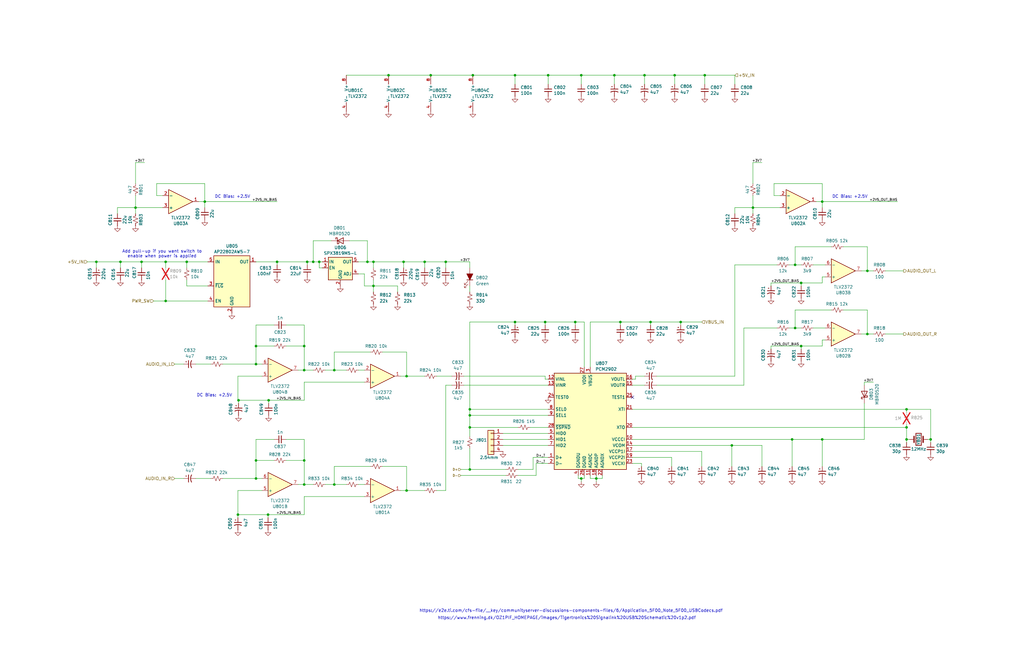
<source format=kicad_sch>
(kicad_sch (version 20250114) (generator "eeschema") (generator_version "9.0")
  (paper "B")
  (text "DC Bias: +2.5V" (at 98.044 83.058 0) (effects (font (size 1.27 1.27))))
  (text "Add pull-up if you want switch to\nenable when power is applied" (at 68.326 107.188 0) (effects (font (size 1.27 1.27))))
  (text "https://www.frenning.dk/OZ1PIF_HOMEPAGE/images/Tigertronics%20Signalink%20USB%20Schematic%20v1p2.pdf" (at 239.014 260.858 0) (effects (font (size 1.27 1.27))))
  (text "DC Bias: +2.5V" (at 90.424 166.878 0) (effects (font (size 1.27 1.27))))
  (text "DC Bias: +2.5V" (at 358.394 83.058 0) (effects (font (size 1.27 1.27))))
  (text "https://e2e.ti.com/cfs-file/__key/communityserver-discussions-components-files/6/Application_5F00_Note_5F00_USBCodecs.pdf" (at 240.792 257.81 0) (effects (font (size 1.27 1.27))))
  (junction (at 187.96 110.49))
  (junction (at 392.43 185.42))
  (junction (at 198.12 172.72))
  (junction (at 231.14 31.75))
  (junction (at 337.82 119.38))
  (junction (at 170.18 110.49))
  (junction (at 198.12 180.34))
  (junction (at 346.71 185.42))
  (junction (at 128.27 194.31))
  (junction (at 128.27 146.05))
  (junction (at 259.08 31.75))
  (junction (at 154.94 110.49))
  (junction (at 245.11 31.75))
  (junction (at 171.45 207.01))
  (junction (at 242.57 135.89))
  (junction (at 335.28 111.76))
  (junction (at 140.97 204.47))
  (junction (at 245.11 201.93))
  (junction (at 157.48 110.49))
  (junction (at 337.82 146.05))
  (junction (at 129.54 110.49))
  (junction (at 251.46 201.93))
  (junction (at 382.27 172.72))
  (junction (at 100.33 217.17))
  (junction (at 365.76 140.97))
  (junction (at 163.83 31.75))
  (junction (at 217.17 31.75))
  (junction (at 179.07 110.49))
  (junction (at 134.62 110.49))
  (junction (at 107.95 194.31))
  (junction (at 261.62 135.89))
  (junction (at 116.84 110.49))
  (junction (at 69.85 127))
  (junction (at 86.36 85.09))
  (junction (at 50.8 110.49))
  (junction (at 113.2754 168.91))
  (junction (at 132.08 110.49))
  (junction (at 334.01 185.42))
  (junction (at 198.12 198.12))
  (junction (at 107.95 146.05))
  (junction (at 128.27 204.47))
  (junction (at 78.74 110.49))
  (junction (at 297.18 31.75))
  (junction (at 107.95 153.67))
  (junction (at 199.39 31.75))
  (junction (at 107.95 201.93))
  (junction (at 198.12 175.26))
  (junction (at 382.27 185.42))
  (junction (at 271.78 31.75))
  (junction (at 346.71 85.09))
  (junction (at 217.17 135.89))
  (junction (at 59.69 110.49))
  (junction (at 335.28 138.43))
  (junction (at 157.48 120.65))
  (junction (at 284.48 31.75))
  (junction (at 308.61 187.96))
  (junction (at 171.45 158.75))
  (junction (at 140.97 156.21))
  (junction (at 57.15 87.63))
  (junction (at 113.03 217.17))
  (junction (at 287.02 135.89))
  (junction (at 181.61 31.75))
  (junction (at 69.85 110.49))
  (junction (at 128.27 156.21))
  (junction (at 365.76 114.3))
  (junction (at 40.64 110.49))
  (junction (at 274.32 135.89))
  (junction (at 229.87 135.89))
  (junction (at 382.27 180.34))
  (junction (at 317.5 87.63))
  (junction (at 100.5754 168.91))
  (no_connect (at 266.7 167.64))
  (wire (pts (xy 335.28 138.43) (xy 337.82 138.43)))
  (wire (pts (xy 187.96 113.03) (xy 187.96 110.49)))
  (wire (pts (xy 267.97 158.75) (xy 267.97 160.02)))
  (wire (pts (xy 198.12 113.03) (xy 198.12 110.49)))
  (wire (pts (xy 57.15 68.58) (xy 60.96 68.58)))
  (wire (pts (xy 153.67 115.57) (xy 151.13 115.57)))
  (wire (pts (xy 365.76 140.97) (xy 368.3 140.97)))
  (wire (pts (xy 116.84 110.49) (xy 129.54 110.49)))
  (wire (pts (xy 248.92 200.66) (xy 248.92 201.93)))
  (wire (pts (xy 140.97 148.59) (xy 156.21 148.59)))
  (wire (pts (xy 313.69 138.43) (xy 313.69 162.56)))
  (wire (pts (xy 325.12 119.38) (xy 325.12 120.65)))
  (wire (pts (xy 198.12 175.26) (xy 198.12 180.34)))
  (wire (pts (xy 151.13 156.21) (xy 153.67 156.21)))
  (wire (pts (xy 66.04 77.47) (xy 86.36 77.47)))
  (wire (pts (xy 66.04 82.55) (xy 66.04 77.47)))
  (wire (pts (xy 218.44 198.12) (xy 224.79 198.12)))
  (wire (pts (xy 337.82 146.05) (xy 346.71 146.05)))
  (wire (pts (xy 113.2754 168.91) (xy 128.27 168.91)))
  (wire (pts (xy 317.5 68.58) (xy 321.31 68.58)))
  (wire (pts (xy 100.5754 168.91) (xy 113.2754 168.91)))
  (wire (pts (xy 251.46 201.93) (xy 251.46 203.2)))
  (wire (pts (xy 317.5 87.63) (xy 317.5 90.17)))
  (wire (pts (xy 363.22 140.97) (xy 365.76 140.97)))
  (wire (pts (xy 167.64 123.19) (xy 167.64 120.65)))
  (wire (pts (xy 128.27 209.55) (xy 128.27 217.17)))
  (wire (pts (xy 261.62 135.89) (xy 274.32 135.89)))
  (wire (pts (xy 224.79 193.04) (xy 231.14 193.04)))
  (wire (pts (xy 267.97 158.75) (xy 271.78 158.75)))
  (wire (pts (xy 284.48 31.75) (xy 284.48 35.56)))
  (wire (pts (xy 36.83 110.49) (xy 40.64 110.49)))
  (wire (pts (xy 198.12 172.72) (xy 198.12 135.89)))
  (wire (pts (xy 115.57 185.42) (xy 107.95 185.42)))
  (wire (pts (xy 276.86 162.56) (xy 313.69 162.56)))
  (wire (pts (xy 57.15 68.58) (xy 57.15 77.47)))
  (wire (pts (xy 187.96 162.56) (xy 190.5 162.56)))
  (wire (pts (xy 171.45 158.75) (xy 179.07 158.75)))
  (wire (pts (xy 373.38 140.97) (xy 381 140.97)))
  (wire (pts (xy 170.18 110.49) (xy 157.48 110.49)))
  (wire (pts (xy 335.28 138.43) (xy 335.28 130.81)))
  (wire (pts (xy 259.08 31.75) (xy 259.08 35.56)))
  (wire (pts (xy 151.13 204.47) (xy 153.67 204.47)))
  (wire (pts (xy 87.63 127) (xy 69.85 127)))
  (wire (pts (xy 327.66 111.76) (xy 309.88 111.76)))
  (wire (pts (xy 328.93 82.55) (xy 326.39 82.55)))
  (wire (pts (xy 168.91 158.75) (xy 171.45 158.75)))
  (wire (pts (xy 365.76 104.14) (xy 365.76 114.3)))
  (wire (pts (xy 57.15 87.63) (xy 57.15 90.17)))
  (wire (pts (xy 157.48 110.49) (xy 157.48 113.03)))
  (wire (pts (xy 171.45 148.59) (xy 171.45 158.75)))
  (wire (pts (xy 68.58 82.55) (xy 66.04 82.55)))
  (wire (pts (xy 245.11 201.93) (xy 245.11 203.2)))
  (wire (pts (xy 229.87 135.89) (xy 242.57 135.89)))
  (wire (pts (xy 337.82 146.05) (xy 337.82 147.32)))
  (wire (pts (xy 86.36 85.09) (xy 116.84 85.09)))
  (wire (pts (xy 245.11 31.75) (xy 259.08 31.75)))
  (wire (pts (xy 157.48 120.65) (xy 153.67 120.65)))
  (wire (pts (xy 146.05 31.75) (xy 163.83 31.75)))
  (wire (pts (xy 218.44 200.66) (xy 226.06 200.66)))
  (wire (pts (xy 284.48 31.75) (xy 297.18 31.75)))
  (wire (pts (xy 212.09 182.88) (xy 231.14 182.88)))
  (wire (pts (xy 170.18 110.49) (xy 170.18 113.03)))
  (wire (pts (xy 246.38 135.89) (xy 246.38 154.94)))
  (wire (pts (xy 266.7 180.34) (xy 382.27 180.34)))
  (wire (pts (xy 326.39 77.47) (xy 346.71 77.47)))
  (wire (pts (xy 82.55 153.67) (xy 88.9 153.67)))
  (wire (pts (xy 140.97 196.85) (xy 156.21 196.85)))
  (wire (pts (xy 261.62 135.89) (xy 261.62 137.16)))
  (wire (pts (xy 251.46 201.93) (xy 254 201.93)))
  (wire (pts (xy 187.96 162.56) (xy 187.96 207.01)))
  (wire (pts (xy 93.98 201.93) (xy 107.95 201.93)))
  (wire (pts (xy 140.97 156.21) (xy 146.05 156.21)))
  (wire (pts (xy 355.6 104.14) (xy 365.76 104.14)))
  (wire (pts (xy 40.64 110.49) (xy 40.64 113.03)))
  (wire (pts (xy 161.29 196.85) (xy 171.45 196.85)))
  (wire (pts (xy 270.51 196.85) (xy 270.51 195.58)))
  (wire (pts (xy 364.49 161.29) (xy 364.49 162.56)))
  (wire (pts (xy 128.27 161.29) (xy 153.67 161.29)))
  (wire (pts (xy 100.33 168.91) (xy 100.33 158.75)))
  (wire (pts (xy 337.82 119.38) (xy 337.82 120.65)))
  (wire (pts (xy 295.91 190.5) (xy 266.7 190.5)))
  (wire (pts (xy 335.28 111.76) (xy 335.28 104.14)))
  (wire (pts (xy 107.95 194.31) (xy 115.57 194.31)))
  (wire (pts (xy 179.07 110.49) (xy 179.07 113.03)))
  (wire (pts (xy 226.06 195.58) (xy 231.14 195.58)))
  (wire (pts (xy 382.27 185.42) (xy 383.54 185.42)))
  (wire (pts (xy 50.8 110.49) (xy 59.69 110.49)))
  (wire (pts (xy 217.17 135.89) (xy 217.17 137.16)))
  (wire (pts (xy 195.58 158.75) (xy 229.87 158.75)))
  (wire (pts (xy 295.91 196.85) (xy 295.91 190.5)))
  (wire (pts (xy 217.17 135.89) (xy 229.87 135.89)))
  (wire (pts (xy 346.71 196.85) (xy 346.71 185.42)))
  (wire (pts (xy 325.12 146.05) (xy 325.12 147.32)))
  (wire (pts (xy 82.55 201.93) (xy 88.9 201.93)))
  (wire (pts (xy 248.92 201.93) (xy 251.46 201.93)))
  (wire (pts (xy 171.45 207.01) (xy 179.07 207.01)))
  (wire (pts (xy 364.49 185.42) (xy 346.71 185.42)))
  (wire (pts (xy 170.18 110.49) (xy 179.07 110.49)))
  (wire (pts (xy 347.98 116.84) (xy 346.71 116.84)))
  (wire (pts (xy 254 201.93) (xy 254 200.66)))
  (wire (pts (xy 198.12 135.89) (xy 217.17 135.89)))
  (wire (pts (xy 184.15 158.75) (xy 190.5 158.75)))
  (wire (pts (xy 368.3 161.29) (xy 364.49 161.29)))
  (wire (pts (xy 57.15 87.63) (xy 49.53 87.63)))
  (wire (pts (xy 266.7 172.72) (xy 382.27 172.72)))
  (wire (pts (xy 229.87 160.02) (xy 229.87 158.75)))
  (wire (pts (xy 86.36 85.09) (xy 83.82 85.09)))
  (wire (pts (xy 392.43 172.72) (xy 382.27 172.72)))
  (wire (pts (xy 266.7 162.56) (xy 271.78 162.56)))
  (wire (pts (xy 129.54 110.49) (xy 129.54 111.76)))
  (wire (pts (xy 346.71 85.09) (xy 378.46 85.09)))
  (wire (pts (xy 364.49 170.18) (xy 364.49 185.42)))
  (wire (pts (xy 100.33 168.91) (xy 100.5754 168.91)))
  (wire (pts (xy 346.71 77.47) (xy 346.71 85.09)))
  (wire (pts (xy 335.28 111.76) (xy 337.82 111.76)))
  (wire (pts (xy 73.66 201.93) (xy 77.47 201.93)))
  (wire (pts (xy 153.67 120.65) (xy 153.67 115.57)))
  (wire (pts (xy 242.57 135.89) (xy 242.57 137.16)))
  (wire (pts (xy 198.12 175.26) (xy 198.12 172.72)))
  (wire (pts (xy 147.32 101.6) (xy 154.94 101.6)))
  (wire (pts (xy 194.31 198.12) (xy 198.12 198.12)))
  (wire (pts (xy 198.12 198.12) (xy 213.36 198.12)))
  (wire (pts (xy 128.27 209.55) (xy 153.67 209.55)))
  (wire (pts (xy 154.94 101.6) (xy 154.94 110.49)))
  (wire (pts (xy 198.12 172.72) (xy 231.14 172.72)))
  (wire (pts (xy 212.09 185.42) (xy 231.14 185.42)))
  (wire (pts (xy 317.5 68.58) (xy 317.5 77.47)))
  (wire (pts (xy 198.12 180.34) (xy 218.44 180.34)))
  (wire (pts (xy 78.74 120.65) (xy 78.74 118.11)))
  (wire (pts (xy 137.16 156.21) (xy 140.97 156.21)))
  (wire (pts (xy 274.32 135.89) (xy 287.02 135.89)))
  (wire (pts (xy 297.18 31.75) (xy 309.88 31.75)))
  (wire (pts (xy 107.95 153.67) (xy 110.49 153.67)))
  (wire (pts (xy 69.85 127) (xy 64.77 127)))
  (wire (pts (xy 93.98 153.67) (xy 107.95 153.67)))
  (wire (pts (xy 157.48 110.49) (xy 154.94 110.49)))
  (wire (pts (xy 226.06 200.66) (xy 226.06 195.58)))
  (wire (pts (xy 229.87 135.89) (xy 229.87 137.16)))
  (wire (pts (xy 78.74 110.49) (xy 87.63 110.49)))
  (wire (pts (xy 245.11 201.93) (xy 243.84 201.93)))
  (wire (pts (xy 50.8 110.49) (xy 50.8 113.03)))
  (wire (pts (xy 128.27 137.16) (xy 128.27 146.05)))
  (wire (pts (xy 198.12 120.65) (xy 198.12 123.19)))
  (wire (pts (xy 392.43 172.72) (xy 392.43 185.42)))
  (wire (pts (xy 327.66 138.43) (xy 313.69 138.43)))
  (wire (pts (xy 231.14 31.75) (xy 245.11 31.75)))
  (wire (pts (xy 128.27 217.17) (xy 113.03 217.17)))
  (wire (pts (xy 217.17 31.75) (xy 217.17 35.56)))
  (wire (pts (xy 128.27 156.21) (xy 132.08 156.21)))
  (wire (pts (xy 100.33 158.75) (xy 110.49 158.75)))
  (wire (pts (xy 334.01 185.42) (xy 346.71 185.42)))
  (wire (pts (xy 355.6 130.81) (xy 365.76 130.81)))
  (wire (pts (xy 274.32 135.89) (xy 274.32 137.16)))
  (wire (pts (xy 251.46 200.66) (xy 251.46 201.93)))
  (wire (pts (xy 100.5754 168.91) (xy 100.5754 170.18)))
  (wire (pts (xy 321.31 196.85) (xy 321.31 187.96)))
  (wire (pts (xy 140.97 204.47) (xy 140.97 196.85)))
  (wire (pts (xy 248.92 135.89) (xy 248.92 154.94)))
  (wire (pts (xy 223.52 180.34) (xy 231.14 180.34)))
  (wire (pts (xy 157.48 118.11) (xy 157.48 120.65)))
  (wire (pts (xy 151.13 110.49) (xy 154.94 110.49)))
  (wire (pts (xy 140.97 204.47) (xy 146.05 204.47)))
  (wire (pts (xy 115.57 137.16) (xy 107.95 137.16)))
  (wire (pts (xy 120.65 194.31) (xy 128.27 194.31)))
  (wire (pts (xy 139.7 101.6) (xy 132.08 101.6)))
  (wire (pts (xy 49.53 90.17) (xy 49.53 87.63)))
  (wire (pts (xy 168.91 207.01) (xy 171.45 207.01)))
  (wire (pts (xy 242.57 135.89) (xy 246.38 135.89)))
  (wire (pts (xy 120.65 137.16) (xy 128.27 137.16)))
  (wire (pts (xy 100.33 217.17) (xy 100.33 218.44)))
  (wire (pts (xy 346.71 85.09) (xy 344.17 85.09)))
  (wire (pts (xy 187.96 110.49) (xy 198.12 110.49)))
  (wire (pts (xy 246.38 200.66) (xy 246.38 201.93)))
  (wire (pts (xy 243.84 201.93) (xy 243.84 200.66)))
  (wire (pts (xy 346.71 143.51) (xy 346.71 146.05)))
  (wire (pts (xy 231.14 31.75) (xy 231.14 35.56)))
  (wire (pts (xy 259.08 31.75) (xy 271.78 31.75)))
  (wire (pts (xy 86.36 77.47) (xy 86.36 85.09)))
  (wire (pts (xy 87.63 120.65) (xy 78.74 120.65)))
  (wire (pts (xy 317.5 82.55) (xy 317.5 87.63)))
  (wire (pts (xy 73.66 153.67) (xy 77.47 153.67)))
  (wire (pts (xy 283.21 196.85) (xy 283.21 193.04)))
  (wire (pts (xy 107.95 201.93) (xy 110.49 201.93)))
  (wire (pts (xy 342.9 111.76) (xy 347.98 111.76)))
  (wire (pts (xy 198.12 175.26) (xy 231.14 175.26)))
  (wire (pts (xy 69.85 118.11) (xy 69.85 127)))
  (wire (pts (xy 309.88 31.75) (xy 309.88 35.56)))
  (wire (pts (xy 328.93 87.63) (xy 317.5 87.63)))
  (wire (pts (xy 308.61 187.96) (xy 321.31 187.96)))
  (wire (pts (xy 283.21 193.04) (xy 266.7 193.04)))
  (wire (pts (xy 382.27 180.34) (xy 382.27 185.42)))
  (wire (pts (xy 128.27 194.31) (xy 128.27 204.47)))
  (wire (pts (xy 113.03 217.17) (xy 113.03 218.44)))
  (wire (pts (xy 120.65 185.42) (xy 128.27 185.42)))
  (wire (pts (xy 337.82 119.38) (xy 346.71 119.38)))
  (wire (pts (xy 194.31 200.66) (xy 213.36 200.66)))
  (wire (pts (xy 128.27 146.05) (xy 128.27 156.21)))
  (wire (pts (xy 134.62 110.49) (xy 135.89 110.49)))
  (wire (pts (xy 334.01 196.85) (xy 334.01 185.42)))
  (wire (pts (xy 287.02 135.89) (xy 287.02 137.16)))
  (wire (pts (xy 199.39 31.75) (xy 217.17 31.75)))
  (wire (pts (xy 129.54 110.49) (xy 132.08 110.49)))
  (wire (pts (xy 231.14 160.02) (xy 229.87 160.02)))
  (wire (pts (xy 184.15 207.01) (xy 187.96 207.01)))
  (wire (pts (xy 224.79 198.12) (xy 224.79 193.04)))
  (wire (pts (xy 171.45 196.85) (xy 171.45 207.01)))
  (wire (pts (xy 317.5 87.63) (xy 309.88 87.63)))
  (wire (pts (xy 335.28 104.14) (xy 350.52 104.14)))
  (wire (pts (xy 326.39 82.55) (xy 326.39 77.47)))
  (wire (pts (xy 365.76 130.81) (xy 365.76 140.97)))
  (wire (pts (xy 271.78 31.75) (xy 271.78 35.56)))
  (wire (pts (xy 128.27 204.47) (xy 132.08 204.47)))
  (wire (pts (xy 181.61 31.75) (xy 199.39 31.75)))
  (wire (pts (xy 107.95 146.05) (xy 107.95 153.67)))
  (wire (pts (xy 287.02 135.89) (xy 295.91 135.89)))
  (wire (pts (xy 116.84 110.49) (xy 116.84 111.76)))
  (wire (pts (xy 107.95 137.16) (xy 107.95 146.05)))
  (wire (pts (xy 134.62 110.49) (xy 134.62 113.03)))
  (wire (pts (xy 346.71 87.63) (xy 346.71 85.09)))
  (wire (pts (xy 100.33 207.01) (xy 110.49 207.01)))
  (wire (pts (xy 332.74 111.76) (xy 335.28 111.76)))
  (wire (pts (xy 212.09 187.96) (xy 231.14 187.96)))
  (wire (pts (xy 325.12 146.05) (xy 337.82 146.05)))
  (wire (pts (xy 271.78 31.75) (xy 284.48 31.75)))
  (wire (pts (xy 297.18 31.75) (xy 297.18 35.56)))
  (wire (pts (xy 107.95 185.42) (xy 107.95 194.31)))
  (wire (pts (xy 248.92 135.89) (xy 261.62 135.89)))
  (wire (pts (xy 157.48 120.65) (xy 157.48 123.19)))
  (wire (pts (xy 308.61 196.85) (xy 308.61 187.96)))
  (wire (pts (xy 245.11 31.75) (xy 245.11 35.56)))
  (wire (pts (xy 59.69 110.49) (xy 69.85 110.49)))
  (wire (pts (xy 276.86 158.75) (xy 309.88 158.75)))
  (wire (pts (xy 332.74 138.43) (xy 335.28 138.43)))
  (wire (pts (xy 137.16 204.47) (xy 140.97 204.47)))
  (wire (pts (xy 373.38 114.3) (xy 381 114.3)))
  (wire (pts (xy 195.58 162.56) (xy 231.14 162.56)))
  (wire (pts (xy 347.98 143.51) (xy 346.71 143.51)))
  (wire (pts (xy 217.17 31.75) (xy 231.14 31.75)))
  (wire (pts (xy 128.27 156.21) (xy 125.73 156.21)))
  (wire (pts (xy 342.9 138.43) (xy 347.98 138.43)))
  (wire (pts (xy 107.95 146.05) (xy 115.57 146.05)))
  (wire (pts (xy 113.03 217.17) (xy 100.33 217.17)))
  (wire (pts (xy 57.15 82.55) (xy 57.15 87.63)))
  (wire (pts (xy 140.97 156.21) (xy 140.97 148.59)))
  (wire (pts (xy 157.48 120.65) (xy 167.64 120.65)))
  (wire (pts (xy 365.76 114.3) (xy 368.3 114.3)))
  (wire (pts (xy 392.43 185.42) (xy 391.16 185.42)))
  (wire (pts (xy 132.08 101.6) (xy 132.08 110.49)))
  (wire (pts (xy 246.38 201.93) (xy 245.11 201.93)))
  (wire (pts (xy 392.43 186.69) (xy 392.43 185.42)))
  (wire (pts (xy 107.95 194.31) (xy 107.95 201.93)))
  (wire (pts (xy 267.97 160.02) (xy 266.7 160.02)))
  (wire (pts (xy 198.12 189.23) (xy 198.12 198.12)))
  (wire (pts (xy 161.29 148.59) (xy 171.45 148.59)))
  (wire (pts (xy 59.69 110.49) (xy 59.69 113.03)))
  (wire (pts (xy 107.95 110.49) (xy 116.84 110.49)))
  (wire (pts (xy 270.51 195.58) (xy 266.7 195.58)))
  (wire (pts (xy 309.88 111.76) (xy 309.88 158.75)))
  (wire (pts (xy 308.61 187.96) (xy 266.7 187.96)))
  (wire (pts (xy 309.88 90.17) (xy 309.88 87.63)))
  (wire (pts (xy 69.85 110.49) (xy 69.85 113.03)))
  (wire (pts (xy 68.58 87.63) (xy 57.15 87.63)))
  (wire (pts (xy 100.33 217.17) (xy 100.33 207.01)))
  (wire (pts (xy 69.85 110.49) (xy 78.74 110.49)))
  (wire (pts (xy 382.27 179.07) (xy 382.27 180.34)))
  (wire (pts (xy 128.27 204.47) (xy 125.73 204.47)))
  (wire (pts (xy 135.89 113.03) (xy 134.62 113.03)))
  (wire (pts (xy 266.7 185.42) (xy 334.01 185.42)))
  (wire (pts (xy 325.12 119.38) (xy 337.82 119.38)))
  (wire (pts (xy 163.83 31.75) (xy 181.61 31.75)))
  (wire (pts (xy 78.74 110.49) (xy 78.74 113.03)))
  (wire (pts (xy 132.08 110.49) (xy 134.62 110.49)))
  (wire (pts (xy 86.36 87.63) (xy 86.36 85.09)))
  (wire (pts (xy 179.07 110.49) (xy 187.96 110.49)))
  (wire (pts (xy 382.27 172.72) (xy 382.27 173.99)))
  (wire (pts (xy 128.27 185.42) (xy 128.27 194.31)))
  (wire (pts (xy 113.2754 168.91) (xy 113.2754 170.18)))
  (wire (pts (xy 128.27 168.91) (xy 128.27 161.29)))
  (wire (pts (xy 363.22 114.3) (xy 365.76 114.3)))
  (wire (pts (xy 335.28 130.81) (xy 350.52 130.81)))
  (wire (pts (xy 120.65 146.05) (xy 128.27 146.05)))
  (wire (pts (xy 40.64 110.49) (xy 50.8 110.49)))
  (wire (pts (xy 382.27 186.69) (xy 382.27 185.42)))
  (wire (pts (xy 346.71 116.84) (xy 346.71 119.38)))
  (wire (pts (xy 198.12 180.34) (xy 198.12 184.15)))
  (label "+2V5_IN_BIAS" (at 116.84 85.09 180) (effects (font (size 1 1))))
  (label "+2V5_OUT_BIAS" (at 325.12 119.38 0) (effects (font (size 1 1))))
  (label "+3V7" (at 368.3 161.29 180) (effects (font (size 1 1))))
  (label "+2V5_OUT_BIAS" (at 378.46 85.09 180) (effects (font (size 1 1))))
  (label "D+_T" (at 226.06 193.04 0) (effects (font (size 0.9906 0.9906))))
  (label "+2V5_OUT_BIAS" (at 325.12 146.05 0) (effects (font (size 1 1))))
  (label "+3V7" (at 321.31 68.58 180) (effects (font (size 1 1))))
  (label "D-_T" (at 226.06 195.58 0) (effects (font (size 0.9906 0.9906))))
  (label "+2V5_IN_BIAS" (at 127 217.17 180) (effects (font (size 1 1))))
  (label "+2V5_IN_BIAS" (at 127 168.91 180) (effects (font (size 1 1))))
  (label "+3V7" (at 198.12 110.49 180) (effects (font (size 1 1))))
  (label "+3V7" (at 60.96 68.58 180) (effects (font (size 1 1))))
  (hierarchical_label "AUDIO_IN_L" (shape input) (at 73.66 153.67 180))
  (hierarchical_label "AUDIO_OUT_R" (shape output) (at 381 140.97 0))
  (hierarchical_label "PWR_SW" (shape input) (at 64.77 127 180))
  (hierarchical_label "AUDIO_IN_R" (shape input) (at 73.66 201.93 180))
  (hierarchical_label "D+" (shape input) (at 194.31 198.12 180) (effects (font (size 0.9906 0.9906))))
  (hierarchical_label "AUDIO_OUT_L" (shape output) (at 381 114.3 0))
  (hierarchical_label "VBUS_IN" (shape input) (at 295.91 135.89 0))
  (hierarchical_label "+5V_IN" (shape input) (at 36.83 110.49 180))
  (hierarchical_label "D-" (shape input) (at 194.31 200.66 180) (effects (font (size 0.9906 0.9906))))
  (hierarchical_label "+5V_IN" (shape input) (at 309.88 31.75 0))
  (symbol (lib_id "Power_Management:AP22804AW5") (at 97.79 113.03 0) (unit 1)
    (property "Reference" "U805" (at 97.79 103.8055 0))
    (property "Value" "AP22802AW5-7" (at 97.79 106.2298 0))
    (property "Footprint" "Package_TO_SOT_SMD:SC-74A-5_1.55x2.9mm_P0.95mm" (effects (hide yes)))
    (property "Datasheet" "https://www.diodes.com/assets/Datasheets/products_inactive_data/AP22802.pdf" (effects (hide yes)))
    (property "Description" "SINGLE CHANNEL POWER DISTRIBUTION LOAD SWITCH" (effects (hide yes)))
    (instances (project "DATA Switcher" (path "" (reference "U805") (unit 1)) (path "" (reference "U905") (unit 1))))
  )
  (symbol (lib_id "Device:R_Small_US") (at 158.75 148.59 270) (unit 1)
    (property "Reference" "R820" (at 156.464 146.05 90))
    (property "Value" "10k" (at 161.544 146.05 90))
    (property "Footprint" "Resistor_SMD:R_0402_1005Metric" (effects (hide yes)))
    (property "Description" "Resistor, small US symbol" (effects (hide yes)))
    (instances (project "DATA Switcher" (path "" (reference "R820") (unit 1)) (path "" (reference "R920") (unit 1))))
  )
  (symbol (lib_id "Device:C_Polarized_Small_US") (at 284.48 38.1 0) (unit 1)
    (property "Reference" "C806" (at 286.7914 36.456 0) (effects (justify left)))
    (property "Value" "4u7" (at 286.7914 38.8803 0) (effects (justify left)))
    (property "Description" "Polarized capacitor, small US symbol" (effects (hide yes)))
    (instances (project "DATA Switcher" (path "" (reference "C806") (unit 1)) (path "" (reference "C906") (unit 1))))
  )
  (symbol (lib_id "power:GND") (at 259.08 40.64 0) (unit 1)
    (property "Reference" "#PWR0804" (effects (hide yes)))
    (property "Value" "GND" (effects (hide yes)))
    (property "Description" "Power symbol creates a global label with name \"GND\" , ground" (effects (hide yes)))
    (instances (project "DATA Switcher" (path "" (reference "#PWR0804") (unit 1)) (path "" (reference "#PWR0904") (unit 1))))
  )
  (symbol (lib_id "power:GND") (at 113.2754 175.26 0) (unit 1)
    (property "Reference" "#PWR0856" (effects (hide yes)))
    (property "Value" "GND" (effects (hide yes)))
    (property "Description" "Power symbol creates a global label with name \"GND\" , ground" (effects (hide yes)))
    (instances (project "DATA Switcher" (path "" (reference "#PWR0856") (unit 1)) (path "" (reference "#PWR0956") (unit 1))))
  )
  (symbol (lib_id "power:GND") (at 245.11 203.2 0) (unit 1)
    (property "Reference" "#PWR0853" (effects (hide yes)))
    (property "Value" "GND" (effects (hide yes)))
    (property "Description" "Power symbol creates a global label with name \"GND\" , ground" (effects (hide yes)))
    (instances (project "DATA Switcher" (path "" (reference "#PWR0853") (unit 1)) (path "" (reference "#PWR0953") (unit 1))))
  )
  (symbol (lib_id "Device:R_Small_US") (at 370.84 140.97 270) (unit 1)
    (property "Reference" "R818" (at 370.84 138.43 90))
    (property "Value" "100" (at 370.84 143.51 90))
    (property "Footprint" "Resistor_SMD:R_0402_1005Metric" (effects (hide yes)))
    (property "Description" "Resistor, small US symbol" (effects (hide yes)))
    (instances (project "DATA Switcher" (path "" (reference "R818") (unit 1)) (path "" (reference "R918") (unit 1))))
  )
  (symbol (lib_id "power:GND") (at 57.15 95.25 0) (mirror y) (unit 1)
    (property "Reference" "#PWR0816" (effects (hide yes)))
    (property "Value" "GND" (effects (hide yes)))
    (property "Description" "Power symbol creates a global label with name \"GND\" , ground" (effects (hide yes)))
    (instances (project "DATA Switcher" (path "" (reference "#PWR0816") (unit 1)) (path "" (reference "#PWR0916") (unit 1))))
  )
  (symbol (lib_id "Device:C_Polarized_Small_US") (at 271.78 38.1 0) (unit 1)
    (property "Reference" "C805" (at 274.0914 36.456 0) (effects (justify left)))
    (property "Value" "4u7" (at 274.0914 38.8803 0) (effects (justify left)))
    (property "Description" "Polarized capacitor, small US symbol" (effects (hide yes)))
    (instances (project "DATA Switcher" (path "" (reference "C805") (unit 1)) (path "" (reference "C905") (unit 1))))
  )
  (symbol (lib_id "power:GND") (at 217.17 40.64 0) (mirror y) (unit 1)
    (property "Reference" "#PWR0801" (effects (hide yes)))
    (property "Value" "GND" (effects (hide yes)))
    (property "Description" "Power symbol creates a global label with name \"GND\" , ground" (effects (hide yes)))
    (instances (project "DATA Switcher" (path "" (reference "#PWR0801") (unit 1)) (path "" (reference "#PWR0901") (unit 1))))
  )
  (symbol (lib_id "Device:R_Small_US") (at 118.11 194.31 270) (unit 1)
    (property "Reference" "R828" (at 115.824 191.77 90))
    (property "Value" "22k" (at 120.904 191.77 90))
    (property "Footprint" "Resistor_SMD:R_0402_1005Metric" (effects (hide yes)))
    (property "Description" "Resistor, small US symbol" (effects (hide yes)))
    (instances (project "DATA Switcher" (path "" (reference "R828") (unit 1)) (path "" (reference "R928") (unit 1))))
  )
  (symbol (lib_id "power:GND") (at 199.39 46.99 0) (mirror y) (unit 1)
    (property "Reference" "#PWR0812" (effects (hide yes)))
    (property "Value" "GND" (effects (hide yes)))
    (property "Description" "Power symbol creates a global label with name \"GND\" , ground" (effects (hide yes)))
    (instances (project "DATA Switcher" (path "" (reference "#PWR0812") (unit 1)) (path "" (reference "#PWR0912") (unit 1))))
  )
  (symbol (lib_id "Device:C_Small") (at 337.82 123.19 0) (mirror y) (unit 1)
    (property "Reference" "C822" (at 334.772 123.19 90))
    (property "Value" "100n" (at 340.868 123.19 90))
    (property "Footprint" "Capacitor_SMD:C_0402_1005Metric" (effects (hide yes)))
    (property "Description" "Unpolarized capacitor, small symbol" (effects (hide yes)))
    (instances (project "DATA Switcher" (path "" (reference "C822") (unit 1)) (path "" (reference "C922") (unit 1))))
  )
  (symbol (lib_id "Device:R_Small_US") (at 370.84 114.3 270) (unit 1)
    (property "Reference" "R808" (at 370.84 111.76 90))
    (property "Value" "100" (at 370.84 116.84 90))
    (property "Footprint" "Resistor_SMD:R_0402_1005Metric" (effects (hide yes)))
    (property "Description" "Resistor, small US symbol" (effects (hide yes)))
    (instances (project "DATA Switcher" (path "" (reference "R808") (unit 1)) (path "" (reference "R908") (unit 1))))
  )
  (symbol (lib_id "power:GND") (at 229.87 142.24 0) (mirror y) (unit 1)
    (property "Reference" "#PWR0835" (effects (hide yes)))
    (property "Value" "GND" (effects (hide yes)))
    (property "Description" "Power symbol creates a global label with name \"GND\" , ground" (effects (hide yes)))
    (instances (project "DATA Switcher" (path "" (reference "#PWR0835") (unit 1)) (path "" (reference "#PWR0935") (unit 1))))
  )
  (symbol (lib_id "Diode:MBR0520") (at 143.51 101.6 0) (unit 1)
    (property "Reference" "D801" (at 143.1925 96.1855 0))
    (property "Value" "MBR0520" (at 143.1925 98.6098 0))
    (property "Footprint" "Diode_SMD:D_SOD-123" (effects (hide yes)))
    (property "Datasheet" "https://www.onsemi.com/pdf/datasheet/mbr0520lt1-d.pdf" (effects (hide yes)))
    (property "Description" "20V 0.5A Schottky Power Rectifier Diode, SOD-123" (effects (hide yes)))
    (instances (project "DATA Switcher" (path "" (reference "D801") (unit 1)) (path "" (reference "D901") (unit 1))))
  )
  (symbol (lib_id "Device:R_Small_US") (at 134.62 156.21 270) (unit 1)
    (property "Reference" "R822" (at 132.334 153.67 90))
    (property "Value" "10k" (at 137.414 153.67 90))
    (property "Footprint" "Resistor_SMD:R_0402_1005Metric" (effects (hide yes)))
    (property "Description" "Resistor, small US symbol" (effects (hide yes)))
    (instances (project "DATA Switcher" (path "" (reference "R822") (unit 1)) (path "" (reference "R922") (unit 1))))
  )
  (symbol (lib_id "power:GND") (at 157.48 128.27 0) (unit 1)
    (property "Reference" "#PWR0830" (effects (hide yes)))
    (property "Value" "GND" (effects (hide yes)))
    (property "Description" "Power symbol creates a global label with name \"GND\" , ground" (effects (hide yes)))
    (instances (project "DATA Switcher" (path "" (reference "#PWR0830") (unit 1)) (path "" (reference "#PWR0930") (unit 1))))
  )
  (symbol (lib_id "power:GND") (at 198.12 128.27 0) (unit 1)
    (property "Reference" "#PWR0832" (effects (hide yes)))
    (property "Value" "GND" (effects (hide yes)))
    (property "Description" "Power symbol creates a global label with name \"GND\" , ground" (effects (hide yes)))
    (instances (project "DATA Switcher" (path "" (reference "#PWR0832") (unit 1)) (path "" (reference "#PWR0932") (unit 1))))
  )
  (symbol (lib_id "Device:C_Polarized_Small_US") (at 321.31 199.39 0) (unit 1)
    (property "Reference" "C844" (at 323.6214 197.746 0) (effects (justify left)))
    (property "Value" "4u7" (at 323.6214 200.1703 0) (effects (justify left)))
    (property "Description" "Polarized capacitor, small US symbol" (effects (hide yes)))
    (instances (project "DATA Switcher" (path "" (reference "C844") (unit 1)) (path "" (reference "C944") (unit 1))))
  )
  (symbol (lib_id "Device:C_Polarized_Small_US") (at 270.51 199.39 0) (unit 1)
    (property "Reference" "C840" (at 272.8214 197.746 0) (effects (justify left)))
    (property "Value" "4u7" (at 272.8214 200.1703 0) (effects (justify left)))
    (property "Description" "Polarized capacitor, small US symbol" (effects (hide yes)))
    (instances (project "DATA Switcher" (path "" (reference "C840") (unit 1)) (path "" (reference "C940") (unit 1))))
  )
  (symbol (lib_id "Device:R_Small_US") (at 353.06 130.81 270) (unit 1)
    (property "Reference" "R815" (at 350.774 128.27 90))
    (property "Value" "12k" (at 355.854 128.27 90))
    (property "Footprint" "Resistor_SMD:R_0402_1005Metric" (effects (hide yes)))
    (property "Description" "Resistor, small US symbol" (effects (hide yes)))
    (instances (project "DATA Switcher" (path "" (reference "R815") (unit 1)) (path "" (reference "R915") (unit 1))))
  )
  (symbol (lib_id "power:GND") (at 337.82 152.4 0) (unit 1)
    (property "Reference" "#PWR0841" (effects (hide yes)))
    (property "Value" "GND" (effects (hide yes)))
    (property "Description" "Power symbol creates a global label with name \"GND\" , ground" (effects (hide yes)))
    (instances (project "DATA Switcher" (path "" (reference "#PWR0841") (unit 1)) (path "" (reference "#PWR0941") (unit 1))))
  )
  (symbol (lib_id "Device:C_Polarized_Small_US") (at 100.5754 172.72 0) (unit 1)
    (property "Reference" "C848" (at 97.2734 175.26 90) (effects (justify left)))
    (property "Value" "4u7" (at 103.8774 174.244 90) (effects (justify left)))
    (property "Description" "Polarized capacitor, small US symbol" (effects (hide yes)))
    (instances (project "DATA Switcher" (path "" (reference "C848") (unit 1)) (path "" (reference "C948") (unit 1))))
  )
  (symbol (lib_id "Device:C_Small") (at 86.36 90.17 0) (mirror y) (unit 1)
    (property "Reference" "C809" (at 83.312 90.17 90))
    (property "Value" "22u" (at 89.408 90.17 90))
    (property "Footprint" "Capacitor_SMD:C_0603_1608Metric" (effects (hide yes)))
    (property "Description" "Unpolarized capacitor, small symbol" (effects (hide yes)))
    (instances (project "DATA Switcher" (path "" (reference "C809") (unit 1)) (path "" (reference "C909") (unit 1))))
  )
  (symbol (lib_id "Device:R_Small_US") (at 148.59 204.47 270) (unit 1)
    (property "Reference" "R834" (at 146.304 201.93 90))
    (property "Value" "10k" (at 151.384 201.93 90))
    (property "Footprint" "Resistor_SMD:R_0402_1005Metric" (effects (hide yes)))
    (property "Description" "Resistor, small US symbol" (effects (hide yes)))
    (instances (project "DATA Switcher" (path "" (reference "R834") (unit 1)) (path "" (reference "R934") (unit 1))))
  )
  (symbol (lib_id "Device:R_Small_US") (at 57.15 80.01 0) (mirror y) (unit 1)
    (property "Reference" "R801" (at 59.436 80.01 90))
    (property "Value" "4k7" (at 54.864 80.01 90))
    (property "Footprint" "Resistor_SMD:R_0402_1005Metric" (effects (hide yes)))
    (property "Description" "Resistor, small US symbol" (effects (hide yes)))
    (instances (project "DATA Switcher" (path "" (reference "R801") (unit 1)) (path "" (reference "R901") (unit 1))))
  )
  (symbol (lib_id "power:GND") (at 231.14 167.64 0) (unit 1)
    (property "Reference" "#PWR0842" (effects (hide yes)))
    (property "Value" "GND" (effects (hide yes)))
    (property "Description" "Power symbol creates a global label with name \"GND\" , ground" (effects (hide yes)))
    (instances (project "DATA Switcher" (path "" (reference "#PWR0842") (unit 1)) (path "" (reference "#PWR0942") (unit 1))))
  )
  (symbol (lib_id "Device:C_Polarized_Small_US") (at 283.21 199.39 0) (unit 1)
    (property "Reference" "C841" (at 285.5214 197.746 0) (effects (justify left)))
    (property "Value" "4u7" (at 285.5214 200.1703 0) (effects (justify left)))
    (property "Description" "Polarized capacitor, small US symbol" (effects (hide yes)))
    (instances (project "DATA Switcher" (path "" (reference "C841") (unit 1)) (path "" (reference "C941") (unit 1))))
  )
  (symbol (lib_id "Device:R_Small_US") (at 69.85 115.57 0) (unit 1) (dnp yes)
    (property "Reference" "R809" (at 71.501 114.3578 0) (effects (justify left)))
    (property "Value" "10k" (at 71.501 116.7821 0) (effects (justify left)))
    (property "Footprint" "Resistor_SMD:R_0402_1005Metric" (effects (hide yes)))
    (property "Description" "Resistor, small US symbol" (effects (hide yes)))
    (instances (project "DATA Switcher" (path "" (reference "R809") (unit 1)) (path "" (reference "R909") (unit 1))))
  )
  (symbol (lib_id "power:GND") (at 116.84 116.84 0) (mirror y) (unit 1)
    (property "Reference" "#PWR0819" (effects (hide yes)))
    (property "Value" "GND" (effects (hide yes)))
    (property "Description" "Power symbol creates a global label with name \"GND\" , ground" (effects (hide yes)))
    (instances (project "DATA Switcher" (path "" (reference "#PWR0819") (unit 1)) (path "" (reference "#PWR0919") (unit 1))))
  )
  (symbol (lib_id "Device:C_Polarized_Small_US") (at 287.02 139.7 0) (unit 1)
    (property "Reference" "C829" (at 289.3314 138.056 0) (effects (justify left)))
    (property "Value" "4u7" (at 289.3314 140.4803 0) (effects (justify left)))
    (property "Description" "Polarized capacitor, small US symbol" (effects (hide yes)))
    (instances (project "DATA Switcher" (path "" (reference "C829") (unit 1)) (path "" (reference "C929") (unit 1))))
  )
  (symbol (lib_id "power:GND") (at 295.91 201.93 0) (unit 1)
    (property "Reference" "#PWR0848" (effects (hide yes)))
    (property "Value" "GND" (effects (hide yes)))
    (property "Description" "Power symbol creates a global label with name \"GND\" , ground" (effects (hide yes)))
    (instances (project "DATA Switcher" (path "" (reference "#PWR0848") (unit 1)) (path "" (reference "#PWR0948") (unit 1))))
  )
  (symbol (lib_id "Device:R_Small_US") (at 57.15 92.71 0) (mirror y) (unit 1)
    (property "Reference" "R803" (at 59.436 92.71 90))
    (property "Value" "10k" (at 54.864 92.71 90))
    (property "Footprint" "Resistor_SMD:R_0402_1005Metric" (effects (hide yes)))
    (property "Description" "Resistor, small US symbol" (effects (hide yes)))
    (instances (project "DATA Switcher" (path "" (reference "R803") (unit 1)) (path "" (reference "R903") (unit 1))))
  )
  (symbol (lib_id "Device:R_Small_US") (at 91.44 201.93 270) (unit 1)
    (property "Reference" "R832" (at 89.154 199.39 90))
    (property "Value" "22k" (at 94.234 199.39 90))
    (property "Footprint" "Resistor_SMD:R_0402_1005Metric" (effects (hide yes)))
    (property "Description" "Resistor, small US symbol" (effects (hide yes)))
    (instances (project "DATA Switcher" (path "" (reference "R832") (unit 1)) (path "" (reference "R932") (unit 1))))
  )
  (symbol (lib_id "Device:C_Polarized_Small_US") (at 193.04 158.75 270) (unit 1)
    (property "Reference" "C833" (at 193.04 152.908 90))
    (property "Value" "4u7" (at 193.04 155.3323 90))
    (property "Description" "Polarized capacitor, small US symbol" (effects (hide yes)))
    (instances (project "DATA Switcher" (path "" (reference "C833") (unit 1)) (path "" (reference "C933") (unit 1))))
  )
  (symbol (lib_id "Device:R_Small_US") (at 157.48 125.73 180) (unit 1)
    (property "Reference" "R812" (at 160.02 124.4599 0) (effects (justify right)))
    (property "Value" "22k" (at 160.02 126.9999 0) (effects (justify right)))
    (property "Footprint" "Libraries:Worthington_R_0603" (effects (hide yes)))
    (property "Description" "Resistor, small US symbol" (effects (hide yes)))
    (property "DigiKey Part Number" "311-510HRCT-ND" (effects (hide yes)))
    (instances (project "DATA Switcher" (path "" (reference "R812") (unit 1)) (path "" (reference "R912") (unit 1))))
  )
  (symbol (lib_id "Device:R_Small_US") (at 181.61 207.01 270) (unit 1)
    (property "Reference" "R835" (at 179.324 204.47 90))
    (property "Value" "10k" (at 184.404 204.47 90))
    (property "Footprint" "Resistor_SMD:R_0402_1005Metric" (effects (hide yes)))
    (property "Description" "Resistor, small US symbol" (effects (hide yes)))
    (instances (project "DATA Switcher" (path "" (reference "R835") (unit 1)) (path "" (reference "R935") (unit 1))))
  )
  (symbol (lib_id "Device:LED_Filled") (at 198.12 116.84 270) (mirror x) (unit 1)
    (property "Reference" "D802" (at 200.66 117.1574 90) (effects (justify left)))
    (property "Value" "Green" (at 200.66 119.6974 90) (effects (justify left)))
    (property "Footprint" "LED_THT:LED_D5.0mm" (effects (hide yes)))
    (property "Description" "Light emitting diode, filled shape" (effects (hide yes)))
    (property "DigiKey Part Number" "732-5016-ND" (effects (hide yes)))
    (instances (project "DATA Switcher" (path "" (reference "D802") (unit 1)) (path "" (reference "D902") (unit 1))))
  )
  (symbol (lib_id "Device:C_Small") (at 179.07 115.57 0) (unit 1)
    (property "Reference" "C819" (at 176.022 113.284 90) (effects (justify right)))
    (property "Value" "22u" (at 181.864 113.284 90) (effects (justify right)))
    (property "Footprint" "Libraries:Worthington_C_0603" (effects (hide yes)))
    (property "Description" "Unpolarized capacitor, small symbol" (effects (hide yes)))
    (instances (project "DATA Switcher" (path "" (reference "C819") (unit 1)) (path "" (reference "C919") (unit 1))))
  )
  (symbol (lib_id "Device:C_Polarized_Small_US") (at 274.32 162.56 90) (mirror x) (unit 1)
    (property "Reference" "C836" (at 274.32 165.608 90))
    (property "Value" "4u7" (at 274.32 168.0323 90))
    (property "Description" "Polarized capacitor, small US symbol" (effects (hide yes)))
    (instances (project "DATA Switcher" (path "" (reference "C836") (unit 1)) (path "" (reference "C936") (unit 1))))
  )
  (symbol (lib_id "Amplifier_Operational:TLV2372") (at 118.11 156.21 0) (mirror x) (unit 2)
    (property "Reference" "U804" (at 118.11 165.4345 0))
    (property "Value" "TLV2372" (at 118.11 163.0102 0))
    (property "Footprint" "Package_SO:SOIC-8_3.9x4.9mm_P1.27mm" (effects (hide yes)))
    (property "Datasheet" "http://www.ti.com/lit/ds/symlink/tlv2375.pdf" (effects (hide yes)))
    (property "Description" "Dual Rail-to-Rail Input/Output Operational Amplifier, DIP-8/SOIC-8/VSSOP-8" (effects (hide yes)))
    (instances (project "DATA Switcher" (path "" (reference "U804") (unit 2)) (path "" (reference "U904") (unit 2))))
  )
  (symbol (lib_id "power:GND") (at 181.61 46.99 0) (mirror y) (unit 1)
    (property "Reference" "#PWR0811" (effects (hide yes)))
    (property "Value" "GND" (effects (hide yes)))
    (property "Description" "Power symbol creates a global label with name \"GND\" , ground" (effects (hide yes)))
    (instances (project "DATA Switcher" (path "" (reference "#PWR0811") (unit 1)) (path "" (reference "#PWR0911") (unit 1))))
  )
  (symbol (lib_id "power:GND") (at 271.78 40.64 0) (unit 1)
    (property "Reference" "#PWR0805" (effects (hide yes)))
    (property "Value" "GND" (effects (hide yes)))
    (property "Description" "Power symbol creates a global label with name \"GND\" , ground" (effects (hide yes)))
    (instances (project "DATA Switcher" (path "" (reference "#PWR0805") (unit 1)) (path "" (reference "#PWR0905") (unit 1))))
  )
  (symbol (lib_id "Device:C_Polarized_Small_US") (at 100.33 220.98 0) (unit 1)
    (property "Reference" "C850" (at 97.028 223.52 90) (effects (justify left)))
    (property "Value" "4u7" (at 103.632 222.504 90) (effects (justify left)))
    (property "Description" "Polarized capacitor, small US symbol" (effects (hide yes)))
    (instances (project "DATA Switcher" (path "" (reference "C850") (unit 1)) (path "" (reference "C950") (unit 1))))
  )
  (symbol (lib_id "Device:R_Small_US") (at 78.74 115.57 0) (unit 1)
    (property "Reference" "R810" (at 80.391 114.3578 0) (effects (justify left)))
    (property "Value" "10k" (at 80.391 116.7821 0) (effects (justify left)))
    (property "Footprint" "Resistor_SMD:R_0402_1005Metric" (effects (hide yes)))
    (property "Description" "Resistor, small US symbol" (effects (hide yes)))
    (instances (project "DATA Switcher" (path "" (reference "R810") (unit 1)) (path "" (reference "R910") (unit 1))))
  )
  (symbol (lib_id "power:GND") (at 231.14 40.64 0) (mirror y) (unit 1)
    (property "Reference" "#PWR0802" (effects (hide yes)))
    (property "Value" "GND" (effects (hide yes)))
    (property "Description" "Power symbol creates a global label with name \"GND\" , ground" (effects (hide yes)))
    (instances (project "DATA Switcher" (path "" (reference "#PWR0802") (unit 1)) (path "" (reference "#PWR0902") (unit 1))))
  )
  (symbol (lib_id "Device:C_Polarized_Small_US") (at 259.08 38.1 0) (unit 1)
    (property "Reference" "C804" (at 261.3914 36.456 0) (effects (justify left)))
    (property "Value" "4u7" (at 261.3914 38.8803 0) (effects (justify left)))
    (property "Description" "Polarized capacitor, small US symbol" (effects (hide yes)))
    (instances (project "DATA Switcher" (path "" (reference "C804") (unit 1)) (path "" (reference "C904") (unit 1))))
  )
  (symbol (lib_id "Device:R_Small_US") (at 118.11 146.05 270) (unit 1)
    (property "Reference" "R819" (at 115.824 143.51 90))
    (property "Value" "22k" (at 120.904 143.51 90))
    (property "Footprint" "Resistor_SMD:R_0402_1005Metric" (effects (hide yes)))
    (property "Description" "Resistor, small US symbol" (effects (hide yes)))
    (instances (project "DATA Switcher" (path "" (reference "R819") (unit 1)) (path "" (reference "R919") (unit 1))))
  )
  (symbol (lib_id "power:GND") (at 100.5754 175.26 0) (mirror y) (unit 1)
    (property "Reference" "#PWR0855" (effects (hide yes)))
    (property "Value" "GND" (effects (hide yes)))
    (property "Description" "Power symbol creates a global label with name \"GND\" , ground" (effects (hide yes)))
    (instances (project "DATA Switcher" (path "" (reference "#PWR0855") (unit 1)) (path "" (reference "#PWR0955") (unit 1))))
  )
  (symbol (lib_id "Device:C_Small") (at 129.54 114.3 0) (unit 1)
    (property "Reference" "C814" (at 127.2159 113.0941 0) (effects (justify right)))
    (property "Value" "22uF" (at 127.2159 115.5184 0) (effects (justify right)))
    (property "Footprint" "Capacitor_SMD:C_0603_1608Metric" (effects (hide yes)))
    (property "Description" "Unpolarized capacitor, small symbol" (effects (hide yes)))
    (instances (project "DATA Switcher" (path "" (reference "C814") (unit 1)) (path "" (reference "C914") (unit 1))))
  )
  (symbol (lib_id "power:GND") (at 40.64 118.11 0) (mirror y) (unit 1)
    (property "Reference" "#PWR0821" (effects (hide yes)))
    (property "Value" "GND" (effects (hide yes)))
    (property "Description" "Power symbol creates a global label with name \"GND\" , ground" (effects (hide yes)))
    (instances (project "DATA Switcher" (path "" (reference "#PWR0821") (unit 1)) (path "" (reference "#PWR0921") (unit 1))))
  )
  (symbol (lib_id "power:GND") (at 59.69 118.11 0) (unit 1)
    (property "Reference" "#PWR0823" (effects (hide yes)))
    (property "Value" "GND" (effects (hide yes)))
    (property "Description" "Power symbol creates a global label with name \"GND\" , ground" (effects (hide yes)))
    (instances (project "DATA Switcher" (path "" (reference "#PWR0823") (unit 1)) (path "" (reference "#PWR0923") (unit 1))))
  )
  (symbol (lib_id "power:GND") (at 308.61 201.93 0) (unit 1)
    (property "Reference" "#PWR0849" (effects (hide yes)))
    (property "Value" "GND" (effects (hide yes)))
    (property "Description" "Power symbol creates a global label with name \"GND\" , ground" (effects (hide yes)))
    (instances (project "DATA Switcher" (path "" (reference "#PWR0849") (unit 1)) (path "" (reference "#PWR0949") (unit 1))))
  )
  (symbol (lib_id "Amplifier_Operational:TLV2372") (at 355.6 114.3 0) (mirror x) (unit 2)
    (property "Reference" "U803" (at 355.6 123.5245 0))
    (property "Value" "TLV2372" (at 355.6 121.1002 0))
    (property "Footprint" "Package_SO:SOIC-8_3.9x4.9mm_P1.27mm" (effects (hide yes)))
    (property "Datasheet" "http://www.ti.com/lit/ds/symlink/tlv2375.pdf" (effects (hide yes)))
    (property "Description" "Dual Rail-to-Rail Input/Output Operational Amplifier, DIP-8/SOIC-8/VSSOP-8" (effects (hide yes)))
    (instances (project "DATA Switcher" (path "" (reference "U803") (unit 2)) (path "" (reference "U903") (unit 2))))
  )
  (symbol (lib_id "Device:R_Small_US") (at 198.12 125.73 180) (unit 1)
    (property "Reference" "R814" (at 200.66 124.4599 0) (effects (justify right)))
    (property "Value" "330" (at 200.66 126.9999 0) (effects (justify right)))
    (property "Footprint" "Libraries:Worthington_R_0603" (effects (hide yes)))
    (property "Description" "Resistor, small US symbol" (effects (hide yes)))
    (property "DigiKey Part Number" "311-510HRCT-ND" (effects (hide yes)))
    (instances (project "DATA Switcher" (path "" (reference "R814") (unit 1)) (path "" (reference "R914") (unit 1))))
  )
  (symbol (lib_id "Device:C_Polarized_Small_US") (at 334.01 199.39 0) (unit 1)
    (property "Reference" "C845" (at 336.3214 197.746 0) (effects (justify left)))
    (property "Value" "4u7" (at 336.3214 200.1703 0) (effects (justify left)))
    (property "Description" "Polarized capacitor, small US symbol" (effects (hide yes)))
    (instances (project "DATA Switcher" (path "" (reference "C845") (unit 1)) (path "" (reference "C945") (unit 1))))
  )
  (symbol (lib_id "Device:C_Small") (at 261.62 139.7 0) (unit 1)
    (property "Reference" "C827" (at 263.9441 138.4941 0) (effects (justify left)))
    (property "Value" "100n" (at 263.9441 140.9184 0) (effects (justify left)))
    (property "Footprint" "Capacitor_SMD:C_0402_1005Metric" (effects (hide yes)))
    (property "Description" "Unpolarized capacitor, small symbol" (effects (hide yes)))
    (instances (project "DATA Switcher" (path "" (reference "C827") (unit 1)) (path "" (reference "C927") (unit 1))))
  )
  (symbol (lib_id "Device:C_Polarized_Small_US") (at 170.18 115.57 0) (mirror y) (unit 1)
    (property "Reference" "C818" (at 167.386 115.57 90))
    (property "Value" "220u" (at 173.228 115.57 90))
    (property "Footprint" "Capacitor_SMD:CP_Elec_10x10" (effects (hide yes)))
    (property "Description" "Polarized capacitor, small US symbol" (effects (hide yes)))
    (instances (project "DATA Switcher" (path "" (reference "C818") (unit 1)) (path "" (reference "C918") (unit 1))))
  )
  (symbol (lib_id "power:GND") (at 163.83 46.99 0) (mirror y) (unit 1)
    (property "Reference" "#PWR0810" (effects (hide yes)))
    (property "Value" "GND" (effects (hide yes)))
    (property "Description" "Power symbol creates a global label with name \"GND\" , ground" (effects (hide yes)))
    (instances (project "DATA Switcher" (path "" (reference "#PWR0810") (unit 1)) (path "" (reference "#PWR0910") (unit 1))))
  )
  (symbol (lib_id "Device:C_Small") (at 245.11 38.1 0) (unit 1)
    (property "Reference" "C803" (at 247.4341 36.8941 0) (effects (justify left)))
    (property "Value" "100n" (at 247.4341 39.3184 0) (effects (justify left)))
    (property "Footprint" "Capacitor_SMD:C_0402_1005Metric" (effects (hide yes)))
    (property "Description" "Unpolarized capacitor, small symbol" (effects (hide yes)))
    (instances (project "DATA Switcher" (path "" (reference "C803") (unit 1)) (path "" (reference "C903") (unit 1))))
  )
  (symbol (lib_id "Device:C_Polarized_Small_US") (at 193.04 162.56 270) (unit 1)
    (property "Reference" "C835" (at 193.04 165.608 90))
    (property "Value" "4u7" (at 193.04 168.0323 90))
    (property "Description" "Polarized capacitor, small US symbol" (effects (hide yes)))
    (instances (project "DATA Switcher" (path "" (reference "C835") (unit 1)) (path "" (reference "C935") (unit 1))))
  )
  (symbol (lib_id "power:GND") (at 346.71 92.71 0) (mirror y) (unit 1)
    (property "Reference" "#PWR0814" (effects (hide yes)))
    (property "Value" "GND" (effects (hide yes)))
    (property "Description" "Power symbol creates a global label with name \"GND\" , ground" (effects (hide yes)))
    (instances (project "DATA Switcher" (path "" (reference "#PWR0814") (unit 1)) (path "" (reference "#PWR0914") (unit 1))))
  )
  (symbol (lib_id "Amplifier_Operational:TLV2372") (at 355.6 140.97 0) (mirror x) (unit 2)
    (property "Reference" "U802" (at 355.6 150.1945 0))
    (property "Value" "TLV2372" (at 355.6 147.7702 0))
    (property "Footprint" "Package_SO:SOIC-8_3.9x4.9mm_P1.27mm" (effects (hide yes)))
    (property "Datasheet" "http://www.ti.com/lit/ds/symlink/tlv2375.pdf" (effects (hide yes)))
    (property "Description" "Dual Rail-to-Rail Input/Output Operational Amplifier, DIP-8/SOIC-8/VSSOP-8" (effects (hide yes)))
    (instances (project "DATA Switcher" (path "" (reference "U802") (unit 2)) (path "" (reference "U902") (unit 2))))
  )
  (symbol (lib_id "Device:R_Small_US") (at 167.64 125.73 180) (unit 1)
    (property "Reference" "R813" (at 170.18 124.4599 0) (effects (justify right)))
    (property "Value" "22k" (at 170.18 126.9999 0) (effects (justify right)))
    (property "Footprint" "Libraries:Worthington_R_0603" (effects (hide yes)))
    (property "Description" "Resistor, small US symbol" (effects (hide yes)))
    (property "DigiKey Part Number" "311-510HRCT-ND" (effects (hide yes)))
    (instances (project "DATA Switcher" (path "" (reference "R813") (unit 1)) (path "" (reference "R913") (unit 1))))
  )
  (symbol (lib_id "power:GND") (at 337.82 125.73 0) (unit 1)
    (property "Reference" "#PWR0829" (effects (hide yes)))
    (property "Value" "GND" (effects (hide yes)))
    (property "Description" "Power symbol creates a global label with name \"GND\" , ground" (effects (hide yes)))
    (instances (project "DATA Switcher" (path "" (reference "#PWR0829") (unit 1)) (path "" (reference "#PWR0929") (unit 1))))
  )
  (symbol (lib_id "Device:C_Small") (at 274.32 139.7 0) (mirror y) (unit 1)
    (property "Reference" "C828" (at 276.6441 138.4941 0) (effects (justify right)))
    (property "Value" "22u" (at 276.6441 140.9184 0) (effects (justify right)))
    (property "Footprint" "Capacitor_SMD:C_0603_1608Metric" (effects (hide yes)))
    (property "Description" "Unpolarized capacitor, small symbol" (effects (hide yes)))
    (instances (project "DATA Switcher" (path "" (reference "C828") (unit 1)) (path "" (reference "C928") (unit 1))))
  )
  (symbol (lib_id "power:GND") (at 334.01 201.93 0) (unit 1)
    (property "Reference" "#PWR0851" (effects (hide yes)))
    (property "Value" "GND" (effects (hide yes)))
    (property "Description" "Power symbol creates a global label with name \"GND\" , ground" (effects (hide yes)))
    (instances (project "DATA Switcher" (path "" (reference "#PWR0851") (unit 1)) (path "" (reference "#PWR0951") (unit 1))))
  )
  (symbol (lib_id "Device:C_Polarized_Small_US") (at 308.61 199.39 0) (unit 1)
    (property "Reference" "C843" (at 310.9214 197.746 0) (effects (justify left)))
    (property "Value" "4u7" (at 310.9214 200.1703 0) (effects (justify left)))
    (property "Description" "Polarized capacitor, small US symbol" (effects (hide yes)))
    (instances (project "DATA Switcher" (path "" (reference "C843") (unit 1)) (path "" (reference "C943") (unit 1))))
  )
  (symbol (lib_id "Device:C_Small") (at 297.18 38.1 0) (mirror y) (unit 1)
    (property "Reference" "C807" (at 299.5041 36.8941 0) (effects (justify right)))
    (property "Value" "22u" (at 299.5041 39.3184 0) (effects (justify right)))
    (property "Footprint" "Capacitor_SMD:C_0603_1608Metric" (effects (hide yes)))
    (property "Description" "Unpolarized capacitor, small symbol" (effects (hide yes)))
    (instances (project "DATA Switcher" (path "" (reference "C807") (unit 1)) (path "" (reference "C907") (unit 1))))
  )
  (symbol (lib_id "Device:C_Small") (at 346.71 90.17 0) (mirror y) (unit 1)
    (property "Reference" "C810" (at 343.662 90.17 90))
    (property "Value" "22u" (at 349.758 90.17 90))
    (property "Footprint" "Capacitor_SMD:C_0603_1608Metric" (effects (hide yes)))
    (property "Description" "Unpolarized capacitor, small symbol" (effects (hide yes)))
    (instances (project "DATA Switcher" (path "" (reference "C810") (unit 1)) (path "" (reference "C910") (unit 1))))
  )
  (symbol (lib_id "Device:R_Small_US") (at 340.36 138.43 270) (unit 1)
    (property "Reference" "R817" (at 340.36 135.89 90))
    (property "Value" "3k9" (at 340.36 140.97 90))
    (property "Footprint" "Resistor_SMD:R_0402_1005Metric" (effects (hide yes)))
    (property "Description" "Resistor, small US symbol" (effects (hide yes)))
    (instances (project "DATA Switcher" (path "" (reference "R817") (unit 1)) (path "" (reference "R917") (unit 1))))
  )
  (symbol (lib_id "Device:C_Small") (at 229.87 139.7 0) (unit 1)
    (property "Reference" "C825" (at 227.5459 138.4941 0) (effects (justify right)))
    (property "Value" "22u" (at 227.5459 140.9184 0) (effects (justify right)))
    (property "Footprint" "Capacitor_SMD:C_0603_1608Metric" (effects (hide yes)))
    (property "Description" "Unpolarized capacitor, small symbol" (effects (hide yes)))
    (instances (project "DATA Switcher" (path "" (reference "C825") (unit 1)) (path "" (reference "C925") (unit 1))))
  )
  (symbol (lib_id "Device:R_Small_US") (at 317.5 80.01 0) (mirror y) (unit 1)
    (property "Reference" "R802" (at 319.786 80.01 90))
    (property "Value" "4k7" (at 315.214 80.01 90))
    (property "Footprint" "Resistor_SMD:R_0402_1005Metric" (effects (hide yes)))
    (property "Description" "Resistor, small US symbol" (effects (hide yes)))
    (instances (project "DATA Switcher" (path "" (reference "R802") (unit 1)) (path "" (reference "R902") (unit 1))))
  )
  (symbol (lib_id "Device:C_Polarized_Small_US") (at 346.71 199.39 0) (unit 1)
    (property "Reference" "C846" (at 349.0214 197.746 0) (effects (justify left)))
    (property "Value" "4u7" (at 349.0214 200.1703 0) (effects (justify left)))
    (property "Description" "Polarized capacitor, small US symbol" (effects (hide yes)))
    (instances (project "" (path "" (reference "C846") (unit 1)) (path "" (reference "C946") (unit 1))))
  )
  (symbol (lib_id "power:GND") (at 187.96 118.11 0) (unit 1)
    (property "Reference" "#PWR0826" (effects (hide yes)))
    (property "Value" "GND" (effects (hide yes)))
    (property "Description" "Power symbol creates a global label with name \"GND\" , ground" (effects (hide yes)))
    (instances (project "DATA Switcher" (path "" (reference "#PWR0826") (unit 1)) (path "" (reference "#PWR0926") (unit 1))))
  )
  (symbol (lib_id "power:GND") (at 309.88 40.64 0) (mirror y) (unit 1)
    (property "Reference" "#PWR0808" (effects (hide yes)))
    (property "Value" "GND" (effects (hide yes)))
    (property "Description" "Power symbol creates a global label with name \"GND\" , ground" (effects (hide yes)))
    (instances (project "DATA Switcher" (path "" (reference "#PWR0808") (unit 1)) (path "" (reference "#PWR0908") (unit 1))))
  )
  (symbol (lib_id "Device:R_Small_US") (at 353.06 104.14 270) (unit 1)
    (property "Reference" "R805" (at 350.774 101.6 90))
    (property "Value" "12k" (at 355.854 101.6 90))
    (property "Footprint" "Resistor_SMD:R_0402_1005Metric" (effects (hide yes)))
    (property "Description" "Resistor, small US symbol" (effects (hide yes)))
    (instances (project "DATA Switcher" (path "" (reference "R805") (unit 1)) (path "" (reference "R905") (unit 1))))
  )
  (symbol (lib_id "Device:C_Small") (at 392.43 189.23 0) (unit 1)
    (property "Reference" "C839" (at 394.7541 188.0241 0) (effects (justify left)))
    (property "Value" "30p" (at 394.7541 190.4484 0) (effects (justify left)))
    (property "Footprint" "Capacitor_SMD:C_0402_1005Metric" (effects (hide yes)))
    (property "Description" "Unpolarized capacitor, small symbol" (effects (hide yes)))
    (instances (project "DATA Switcher" (path "" (reference "C839") (unit 1)) (path "" (reference "C939") (unit 1))))
  )
  (symbol (lib_id "power:GND") (at 100.33 223.52 0) (mirror y) (unit 1)
    (property "Reference" "#PWR0857" (effects (hide yes)))
    (property "Value" "GND" (effects (hide yes)))
    (property "Description" "Power symbol creates a global label with name \"GND\" , ground" (effects (hide yes)))
    (instances (project "DATA Switcher" (path "" (reference "#PWR0857") (unit 1)) (path "" (reference "#PWR0957") (unit 1))))
  )
  (symbol (lib_id "power:GND") (at 317.5 95.25 0) (mirror y) (unit 1)
    (property "Reference" "#PWR0818" (effects (hide yes)))
    (property "Value" "GND" (effects (hide yes)))
    (property "Description" "Power symbol creates a global label with name \"GND\" , ground" (effects (hide yes)))
    (instances (project "DATA Switcher" (path "" (reference "#PWR0818") (unit 1)) (path "" (reference "#PWR0918") (unit 1))))
  )
  (symbol (lib_id "power:GND") (at 245.11 40.64 0) (mirror y) (unit 1)
    (property "Reference" "#PWR0803" (effects (hide yes)))
    (property "Value" "GND" (effects (hide yes)))
    (property "Description" "Power symbol creates a global label with name \"GND\" , ground" (effects (hide yes)))
    (instances (project "DATA Switcher" (path "" (reference "#PWR0803") (unit 1)) (path "" (reference "#PWR0903") (unit 1))))
  )
  (symbol (lib_id "Amplifier_Operational:TLV2372") (at 166.37 39.37 0) (unit 3)
    (property "Reference" "U802" (at 164.465 38.1578 0) (effects (justify left)))
    (property "Value" "TLV2372" (at 164.465 40.5821 0) (effects (justify left)))
    (property "Footprint" "Package_SO:SOIC-8_3.9x4.9mm_P1.27mm" (effects (hide yes)))
    (property "Datasheet" "http://www.ti.com/lit/ds/symlink/tlv2375.pdf" (effects (hide yes)))
    (property "Description" "Dual Rail-to-Rail Input/Output Operational Amplifier, DIP-8/SOIC-8/VSSOP-8" (effects (hide yes)))
    (instances (project "DATA Switcher" (path "" (reference "U802") (unit 3)) (path "" (reference "U902") (unit 3))))
  )
  (symbol (lib_id "power:GND") (at 129.54 116.84 0) (unit 1)
    (property "Reference" "#PWR0820" (effects (hide yes)))
    (property "Value" "GND" (effects (hide yes)))
    (property "Description" "Power symbol creates a global label with name \"GND\" , ground" (effects (hide yes)))
    (instances (project "DATA Switcher" (path "" (reference "#PWR0820") (unit 1)) (path "" (reference "#PWR0920") (unit 1))))
  )
  (symbol (lib_id "Amplifier_Operational:TLV2372") (at 76.2 85.09 0) (mirror x) (unit 1)
    (property "Reference" "U803" (at 76.2 94.3145 0))
    (property "Value" "TLV2372" (at 76.2 91.8902 0))
    (property "Footprint" "Package_SO:SOIC-8_3.9x4.9mm_P1.27mm" (effects (hide yes)))
    (property "Datasheet" "http://www.ti.com/lit/ds/symlink/tlv2375.pdf" (effects (hide yes)))
    (property "Description" "Dual Rail-to-Rail Input/Output Operational Amplifier, DIP-8/SOIC-8/VSSOP-8" (effects (hide yes)))
    (instances (project "DATA Switcher" (path "" (reference "U803") (unit 1)) (path "" (reference "U903") (unit 1))))
  )
  (symbol (lib_id "power:GND") (at 321.31 201.93 0) (unit 1)
    (property "Reference" "#PWR0850" (effects (hide yes)))
    (property "Value" "GND" (effects (hide yes)))
    (property "Description" "Power symbol creates a global label with name \"GND\" , ground" (effects (hide yes)))
    (instances (project "DATA Switcher" (path "" (reference "#PWR0850") (unit 1)) (path "" (reference "#PWR0950") (unit 1))))
  )
  (symbol (lib_id "power:GND") (at 167.64 128.27 0) (unit 1)
    (property "Reference" "#PWR0831" (effects (hide yes)))
    (property "Value" "GND" (effects (hide yes)))
    (property "Description" "Power symbol creates a global label with name \"GND\" , ground" (effects (hide yes)))
    (instances (project "DATA Switcher" (path "" (reference "#PWR0831") (unit 1)) (path "" (reference "#PWR0931") (unit 1))))
  )
  (symbol (lib_id "Amplifier_Operational:TLV2372") (at 184.15 39.37 0) (unit 3)
    (property "Reference" "U803" (at 182.245 38.1578 0) (effects (justify left)))
    (property "Value" "TLV2372" (at 182.245 40.5821 0) (effects (justify left)))
    (property "Footprint" "Package_SO:SOIC-8_3.9x4.9mm_P1.27mm" (effects (hide yes)))
    (property "Datasheet" "http://www.ti.com/lit/ds/symlink/tlv2375.pdf" (effects (hide yes)))
    (property "Description" "Dual Rail-to-Rail Input/Output Operational Amplifier, DIP-8/SOIC-8/VSSOP-8" (effects (hide yes)))
    (instances (project "DATA Switcher" (path "" (reference "U803") (unit 3)) (path "" (reference "U903") (unit 3))))
  )
  (symbol (lib_id "Device:C_Polarized_Small_US") (at 80.01 201.93 90) (mirror x) (unit 1)
    (property "Reference" "C847" (at 80.01 196.088 90))
    (property "Value" "4u7" (at 80.01 198.5123 90))
    (property "Description" "Polarized capacitor, small US symbol" (effects (hide yes)))
    (instances (project "DATA Switcher" (path "" (reference "C847") (unit 1)) (path "" (reference "C947") (unit 1))))
  )
  (symbol (lib_id "Connector_Generic:Conn_01x04") (at 207.01 185.42 0) (mirror y) (unit 1)
    (property "Reference" "J801" (at 202.946 185.674 0))
    (property "Value" "2.54mm" (at 206.248 193.04 0))
    (property "Description" "Generic connector, single row, 01x04, script generated (kicad-library-utils/schlib/autogen/connector/)" (effects (hide yes)))
    (instances (project "" (path "" (reference "J801") (unit 1)) (path "" (reference "J901") (unit 1))))
  )
  (symbol (lib_id "Device:R_Small_US") (at 330.2 138.43 270) (unit 1)
    (property "Reference" "R816" (at 330.2 135.89 90))
    (property "Value" "12k" (at 330.2 140.97 90))
    (property "Footprint" "Resistor_SMD:R_0402_1005Metric" (effects (hide yes)))
    (property "Description" "Resistor, small US symbol" (effects (hide yes)))
    (instances (project "DATA Switcher" (path "" (reference "R816") (unit 1)) (path "" (reference "R916") (unit 1))))
  )
  (symbol (lib_id "power:GND") (at 297.18 40.64 0) (mirror y) (unit 1)
    (property "Reference" "#PWR0807" (effects (hide yes)))
    (property "Value" "GND" (effects (hide yes)))
    (property "Description" "Power symbol creates a global label with name \"GND\" , ground" (effects (hide yes)))
    (instances (project "DATA Switcher" (path "" (reference "#PWR0807") (unit 1)) (path "" (reference "#PWR0907") (unit 1))))
  )
  (symbol (lib_id "Regulator_Linear:SPX3819M5-L") (at 143.51 113.03 0) (unit 1)
    (property "Reference" "U806" (at 143.51 104.4405 0))
    (property "Value" "SPX3819M5-L" (at 143.51 106.8648 0))
    (property "Footprint" "Package_TO_SOT_SMD:SOT-23-5" (effects (hide yes)))
    (property "Datasheet" "https://www.exar.com/content/document.ashx?id=22106&languageid=1033&type=Datasheet&partnumber=SPX3819&filename=SPX3819.pdf&part=SPX3819" (effects (hide yes)))
    (property "Description" "500mA Low drop-out regulator, Adjustable, SOT-23-5" (effects (hide yes)))
    (instances (project "" (path "" (reference "U806") (unit 1)) (path "" (reference "U906") (unit 1))))
  )
  (symbol (lib_id "Amplifier_Operational:TLV2372") (at 201.93 39.37 0) (unit 3)
    (property "Reference" "U804" (at 200.025 38.1578 0) (effects (justify left)))
    (property "Value" "TLV2372" (at 200.025 40.5821 0) (effects (justify left)))
    (property "Footprint" "Package_SO:SOIC-8_3.9x4.9mm_P1.27mm" (effects (hide yes)))
    (property "Datasheet" "http://www.ti.com/lit/ds/symlink/tlv2375.pdf" (effects (hide yes)))
    (property "Description" "Dual Rail-to-Rail Input/Output Operational Amplifier, DIP-8/SOIC-8/VSSOP-8" (effects (hide yes)))
    (instances (project "DATA Switcher" (path "" (reference "U804") (unit 3)) (path "" (reference "U904") (unit 3))))
  )
  (symbol (lib_id "Device:C_Small") (at 309.88 38.1 0) (mirror y) (unit 1)
    (property "Reference" "C808" (at 312.2041 36.8941 0) (effects (justify right)))
    (property "Value" "22u" (at 312.2041 39.3184 0) (effects (justify right)))
    (property "Footprint" "Capacitor_SMD:C_0603_1608Metric" (effects (hide yes)))
    (property "Description" "Unpolarized capacitor, small symbol" (effects (hide yes)))
    (instances (project "DATA Switcher" (path "" (reference "C808") (unit 1)) (path "" (reference "C908") (unit 1))))
  )
  (symbol (lib_id "Device:Crystal") (at 387.35 185.42 0) (unit 1)
    (property "Reference" "Y801" (at 387.35 185.42 90))
    (property "Value" "12MHz" (at 387.35 189.484 0))
    (property "Footprint" "Crystal:Crystal_SMD_Abracon_ABM3-2Pin_5.0x3.2mm_HandSoldering" (effects (hide yes)))
    (property "Datasheet" "https://abracon.com/Resonators/ABS07.pdf" (effects (hide yes)))
    (property "Description" "Two pin crystal" (effects (hide yes)))
    (instances (project "DATA Switcher" (path "" (reference "Y801") (unit 1)) (path "" (reference "Y901") (unit 1))))
  )
  (symbol (lib_id "power:GND") (at 284.48 40.64 0) (unit 1)
    (property "Reference" "#PWR0806" (effects (hide yes)))
    (property "Value" "GND" (effects (hide yes)))
    (property "Description" "Power symbol creates a global label with name \"GND\" , ground" (effects (hide yes)))
    (instances (project "DATA Switcher" (path "" (reference "#PWR0806") (unit 1)) (path "" (reference "#PWR0906") (unit 1))))
  )
  (symbol (lib_id "Device:C_Small") (at 217.17 38.1 0) (unit 1)
    (property "Reference" "C801" (at 219.4941 36.8941 0) (effects (justify left)))
    (property "Value" "100n" (at 219.4941 39.3184 0) (effects (justify left)))
    (property "Footprint" "Capacitor_SMD:C_0402_1005Metric" (effects (hide yes)))
    (property "Description" "Unpolarized capacitor, small symbol" (effects (hide yes)))
    (instances (project "DATA Switcher" (path "" (reference "C801") (unit 1)) (path "" (reference "C901") (unit 1))))
  )
  (symbol (lib_id "Device:R_Small_US") (at 198.12 186.69 0) (unit 1)
    (property "Reference" "R827" (at 193.294 186.69 0))
    (property "Value" "1k5" (at 193.294 188.976 0))
    (property "Footprint" "Resistor_SMD:R_0402_1005Metric" (effects (hide yes)))
    (property "Description" "Resistor, small US symbol" (effects (hide yes)))
    (instances (project "DATA Switcher" (path "" (reference "R827") (unit 1)) (path "" (reference "R927") (unit 1))))
  )
  (symbol (lib_id "Amplifier_Operational:TLV2372") (at 336.55 85.09 0) (mirror x) (unit 1)
    (property "Reference" "U802" (at 336.55 94.3145 0))
    (property "Value" "TLV2372" (at 336.55 91.8902 0))
    (property "Footprint" "Package_SO:SOIC-8_3.9x4.9mm_P1.27mm" (effects (hide yes)))
    (property "Datasheet" "http://www.ti.com/lit/ds/symlink/tlv2375.pdf" (effects (hide yes)))
    (property "Description" "Dual Rail-to-Rail Input/Output Operational Amplifier, DIP-8/SOIC-8/VSSOP-8" (effects (hide yes)))
    (instances (project "DATA Switcher" (path "" (reference "U802") (unit 1)) (path "" (reference "U902") (unit 1))))
  )
  (symbol (lib_id "Device:R_Small_US") (at 215.9 200.66 90) (unit 1)
    (property "Reference" "R831" (at 213.614 203.2 90))
    (property "Value" "22" (at 218.694 203.2 90))
    (property "Footprint" "Resistor_SMD:R_0402_1005Metric" (effects (hide yes)))
    (property "Description" "Resistor, small US symbol" (effects (hide yes)))
    (instances (project "DATA Switcher" (path "" (reference "R831") (unit 1)) (path "" (reference "R931") (unit 1))))
  )
  (symbol (lib_id "Device:C_Polarized_Small_US") (at 40.64 115.57 0) (mirror y) (unit 1)
    (property "Reference" "C815" (at 37.846 115.57 90))
    (property "Value" "220u" (at 43.688 115.57 90))
    (property "Footprint" "Capacitor_SMD:CP_Elec_10x10" (effects (hide yes)))
    (property "Description" "Polarized capacitor, small US symbol" (effects (hide yes)))
    (instances (project "DATA Switcher" (path "" (reference "C815") (unit 1)) (path "" (reference "C915") (unit 1))))
  )
  (symbol (lib_id "power:GND") (at 261.62 142.24 0) (mirror y) (unit 1)
    (property "Reference" "#PWR0837" (effects (hide yes)))
    (property "Value" "GND" (effects (hide yes)))
    (property "Description" "Power symbol creates a global label with name \"GND\" , ground" (effects (hide yes)))
    (instances (project "DATA Switcher" (path "" (reference "#PWR0837") (unit 1)) (path "" (reference "#PWR0937") (unit 1))))
  )
  (symbol (lib_id "Device:C_Small") (at 49.53 92.71 0) (mirror y) (unit 1)
    (property "Reference" "C811" (at 46.482 92.71 90))
    (property "Value" "22u" (at 52.578 92.71 90))
    (property "Footprint" "Capacitor_SMD:C_0603_1608Metric" (effects (hide yes)))
    (property "Description" "Unpolarized capacitor, small symbol" (effects (hide yes)))
    (instances (project "DATA Switcher" (path "" (reference "C811") (unit 1)) (path "" (reference "C911") (unit 1))))
  )
  (symbol (lib_id "Amplifier_Operational:TLV2372") (at 148.59 39.37 0) (unit 3)
    (property "Reference" "U801" (at 146.685 38.1578 0) (effects (justify left)))
    (property "Value" "TLV2372" (at 146.685 40.5821 0) (effects (justify left)))
    (property "Footprint" "Package_SO:SOIC-8_3.9x4.9mm_P1.27mm" (effects (hide yes)))
    (property "Datasheet" "http://www.ti.com/lit/ds/symlink/tlv2375.pdf" (effects (hide yes)))
    (property "Description" "Dual Rail-to-Rail Input/Output Operational Amplifier, DIP-8/SOIC-8/VSSOP-8" (effects (hide yes)))
    (instances (project "DATA Switcher" (path "" (reference "U801") (unit 3)) (path "" (reference "U901") (unit 3))))
  )
  (symbol (lib_id "power:GND") (at 309.88 95.25 0) (mirror y) (unit 1)
    (property "Reference" "#PWR0817" (effects (hide yes)))
    (property "Value" "GND" (effects (hide yes)))
    (property "Description" "Power symbol creates a global label with name \"GND\" , ground" (effects (hide yes)))
    (instances (project "DATA Switcher" (path "" (reference "#PWR0817") (unit 1)) (path "" (reference "#PWR0917") (unit 1))))
  )
  (symbol (lib_id "Device:C_Small") (at 231.14 38.1 0) (unit 1)
    (property "Reference" "C802" (at 233.4641 36.8941 0) (effects (justify left)))
    (property "Value" "100n" (at 233.4641 39.3184 0) (effects (justify left)))
    (property "Footprint" "Capacitor_SMD:C_0402_1005Metric" (effects (hide yes)))
    (property "Description" "Unpolarized capacitor, small symbol" (effects (hide yes)))
    (instances (project "DATA Switcher" (path "" (reference "C802") (unit 1)) (path "" (reference "C902") (unit 1))))
  )
  (symbol (lib_id "power:GND") (at 251.46 203.2 0) (unit 1)
    (property "Reference" "#PWR0854" (effects (hide yes)))
    (property "Value" "GND" (effects (hide yes)))
    (property "Description" "Power symbol creates a global label with name \"GND\" , ground" (effects (hide yes)))
    (instances (project "DATA Switcher" (path "" (reference "#PWR0854") (unit 1)) (path "" (reference "#PWR0954") (unit 1))))
  )
  (symbol (lib_id "power:GND") (at 274.32 142.24 0) (unit 1)
    (property "Reference" "#PWR0838" (effects (hide yes)))
    (property "Value" "GND" (effects (hide yes)))
    (property "Description" "Power symbol creates a global label with name \"GND\" , ground" (effects (hide yes)))
    (instances (project "DATA Switcher" (path "" (reference "#PWR0838") (unit 1)) (path "" (reference "#PWR0938") (unit 1))))
  )
  (symbol (lib_id "Device:C_Small") (at 113.03 220.98 0) (mirror y) (unit 1)
    (property "Reference" "C851" (at 109.982 220.98 90))
    (property "Value" "100n" (at 116.078 220.98 90))
    (property "Footprint" "Capacitor_SMD:C_0402_1005Metric" (effects (hide yes)))
    (property "Description" "Unpolarized capacitor, small symbol" (effects (hide yes)))
    (instances (project "DATA Switcher" (path "" (reference "C851") (unit 1)) (path "" (reference "C951") (unit 1))))
  )
  (symbol (lib_id "power:GND") (at 50.8 118.11 0) (unit 1)
    (property "Reference" "#PWR0822" (effects (hide yes)))
    (property "Value" "GND" (effects (hide yes)))
    (property "Description" "Power symbol creates a global label with name \"GND\" , ground" (effects (hide yes)))
    (instances (project "DATA Switcher" (path "" (reference "#PWR0822") (unit 1)) (path "" (reference "#PWR0922") (unit 1))))
  )
  (symbol (lib_id "Device:R_Small_US") (at 158.75 196.85 270) (unit 1)
    (property "Reference" "R829" (at 156.464 194.31 90))
    (property "Value" "10k" (at 161.544 194.31 90))
    (property "Footprint" "Resistor_SMD:R_0402_1005Metric" (effects (hide yes)))
    (property "Description" "Resistor, small US symbol" (effects (hide yes)))
    (instances (project "DATA Switcher" (path "" (reference "R829") (unit 1)) (path "" (reference "R929") (unit 1))))
  )
  (symbol (lib_id "Device:C_Small") (at 382.27 189.23 0) (mirror y) (unit 1)
    (property "Reference" "C838" (at 379.9459 188.0241 0) (effects (justify left)))
    (property "Value" "30p" (at 379.9459 190.4484 0) (effects (justify left)))
    (property "Footprint" "Capacitor_SMD:C_0402_1005Metric" (effects (hide yes)))
    (property "Description" "Unpolarized capacitor, small symbol" (effects (hide yes)))
    (instances (project "DATA Switcher" (path "" (reference "C838") (unit 1)) (path "" (reference "C938") (unit 1))))
  )
  (symbol (lib_id "power:GND") (at 97.79 132.08 0) (mirror y) (unit 1)
    (property "Reference" "#PWR0833" (effects (hide yes)))
    (property "Value" "GND" (effects (hide yes)))
    (property "Description" "Power symbol creates a global label with name \"GND\" , ground" (effects (hide yes)))
    (instances (project "DATA Switcher" (path "" (reference "#PWR0833") (unit 1)) (path "" (reference "#PWR0933") (unit 1))))
  )
  (symbol (lib_id "Device:C_Polarized_Small_US") (at 217.17 139.7 0) (mirror y) (unit 1)
    (property "Reference" "C824" (at 214.8586 138.056 0) (effects (justify left)))
    (property "Value" "4u7" (at 214.8586 140.4803 0) (effects (justify left)))
    (property "Description" "Polarized capacitor, small US symbol" (effects (hide yes)))
    (instances (project "DATA Switcher" (path "" (reference "C824") (unit 1)) (path "" (reference "C924") (unit 1))))
  )
  (symbol (lib_id "Device:R_Small_US") (at 382.27 176.53 0) (unit 1) (dnp yes)
    (property "Reference" "R825" (at 386.588 176.276 0))
    (property "Value" "1M" (at 378.714 176.53 0))
    (property "Footprint" "Resistor_SMD:R_0402_1005Metric" (effects (hide yes)))
    (property "Description" "Resistor, small US symbol" (effects (hide yes)))
    (instances (project "DATA Switcher" (path "" (reference "R825") (unit 1)) (path "" (reference "R925") (unit 1))))
  )
  (symbol (lib_id "power:GND") (at 170.18 118.11 0) (unit 1)
    (property "Reference" "#PWR0824" (effects (hide yes)))
    (property "Value" "GND" (effects (hide yes)))
    (property "Description" "Power symbol creates a global label with name \"GND\" , ground" (effects (hide yes)))
    (instances (project "DATA Switcher" (path "" (reference "#PWR0824") (unit 1)) (path "" (reference "#PWR0924") (unit 1))))
  )
  (symbol (lib_id "power:GND") (at 287.02 142.24 0) (unit 1)
    (property "Reference" "#PWR0839" (effects (hide yes)))
    (property "Value" "GND" (effects (hide yes)))
    (property "Description" "Power symbol creates a global label with name \"GND\" , ground" (effects (hide yes)))
    (instances (project "DATA Switcher" (path "" (reference "#PWR0839") (unit 1)) (path "" (reference "#PWR0939") (unit 1))))
  )
  (symbol (lib_id "power:GND") (at 113.03 223.52 0) (unit 1)
    (property "Reference" "#PWR0858" (effects (hide yes)))
    (property "Value" "GND" (effects (hide yes)))
    (property "Description" "Power symbol creates a global label with name \"GND\" , ground" (effects (hide yes)))
    (instances (project "DATA Switcher" (path "" (reference "#PWR0858") (unit 1)) (path "" (reference "#PWR0958") (unit 1))))
  )
  (symbol (lib_id "Device:C_Small") (at 116.84 114.3 0) (mirror y) (unit 1)
    (property "Reference" "C813" (at 114.5159 113.0941 0) (effects (justify left)))
    (property "Value" "100nF" (at 114.5159 115.5184 0) (effects (justify left)))
    (property "Footprint" "Capacitor_SMD:C_0402_1005Metric" (effects (hide yes)))
    (property "Description" "Unpolarized capacitor, small symbol" (effects (hide yes)))
    (instances (project "DATA Switcher" (path "" (reference "C813") (unit 1)) (path "" (reference "C913") (unit 1))))
  )
  (symbol (lib_id "Amplifier_Operational:TLV2372") (at 161.29 158.75 0) (mirror x) (unit 1)
    (property "Reference" "U804" (at 161.29 167.9745 0))
    (property "Value" "TLV2372" (at 161.29 165.5502 0))
    (property "Footprint" "Package_SO:SOIC-8_3.9x4.9mm_P1.27mm" (effects (hide yes)))
    (property "Datasheet" "http://www.ti.com/lit/ds/symlink/tlv2375.pdf" (effects (hide yes)))
    (property "Description" "Dual Rail-to-Rail Input/Output Operational Amplifier, DIP-8/SOIC-8/VSSOP-8" (effects (hide yes)))
    (instances (project "DATA Switcher" (path "" (reference "U804") (unit 1)) (path "" (reference "U904") (unit 1))))
  )
  (symbol (lib_id "power:GND") (at 143.51 120.65 0) (unit 1)
    (property "Reference" "#PWR0827" (effects (hide yes)))
    (property "Value" "GND" (effects (hide yes)))
    (property "Description" "Power symbol creates a global label with name \"GND\" , ground" (effects (hide yes)))
    (instances (project "DATA Switcher" (path "" (reference "#PWR0827") (unit 1)) (path "" (reference "#PWR0927") (unit 1))))
  )
  (symbol (lib_id "Device:C_Polarized_Small_US") (at 80.01 153.67 90) (mirror x) (unit 1)
    (property "Reference" "C832" (at 80.01 147.828 90))
    (property "Value" "4u7" (at 80.01 150.2523 90))
    (property "Description" "Polarized capacitor, small US symbol" (effects (hide yes)))
    (instances (project "DATA Switcher" (path "" (reference "C832") (unit 1)) (path "" (reference "C932") (unit 1))))
  )
  (symbol (lib_id "Device:R_Small_US") (at 134.62 204.47 270) (unit 1)
    (property "Reference" "R833" (at 132.334 201.93 90))
    (property "Value" "10k" (at 137.414 201.93 90))
    (property "Footprint" "Resistor_SMD:R_0402_1005Metric" (effects (hide yes)))
    (property "Description" "Resistor, small US symbol" (effects (hide yes)))
    (instances (project "DATA Switcher" (path "" (reference "R833") (unit 1)) (path "" (reference "R933") (unit 1))))
  )
  (symbol (lib_id "power:GND") (at 325.12 152.4 0) (mirror y) (unit 1)
    (property "Reference" "#PWR0840" (effects (hide yes)))
    (property "Value" "GND" (effects (hide yes)))
    (property "Description" "Power symbol creates a global label with name \"GND\" , ground" (effects (hide yes)))
    (instances (project "DATA Switcher" (path "" (reference "#PWR0840") (unit 1)) (path "" (reference "#PWR0940") (unit 1))))
  )
  (symbol (lib_id "Device:R_Small_US") (at 340.36 111.76 270) (unit 1)
    (property "Reference" "R807" (at 340.36 109.22 90))
    (property "Value" "3k9" (at 340.36 114.3 90))
    (property "Footprint" "Resistor_SMD:R_0402_1005Metric" (effects (hide yes)))
    (property "Description" "Resistor, small US symbol" (effects (hide yes)))
    (instances (project "DATA Switcher" (path "" (reference "R807") (unit 1)) (path "" (reference "R907") (unit 1))))
  )
  (symbol (lib_id "Device:C_Polarized_Small_US") (at 325.12 149.86 0) (unit 1)
    (property "Reference" "C830" (at 321.818 152.4 90) (effects (justify left)))
    (property "Value" "4u7" (at 328.422 151.384 90) (effects (justify left)))
    (property "Description" "Polarized capacitor, small US symbol" (effects (hide yes)))
    (instances (project "DATA Switcher" (path "" (reference "C830") (unit 1)) (path "" (reference "C930") (unit 1))))
  )
  (symbol (lib_id "Device:R_Small_US") (at 181.61 158.75 270) (unit 1)
    (property "Reference" "R824" (at 179.324 156.21 90))
    (property "Value" "10k" (at 184.404 156.21 90))
    (property "Footprint" "Resistor_SMD:R_0402_1005Metric" (effects (hide yes)))
    (property "Description" "Resistor, small US symbol" (effects (hide yes)))
    (instances (project "DATA Switcher" (path "" (reference "R824") (unit 1)) (path "" (reference "R924") (unit 1))))
  )
  (symbol (lib_id "Device:R_Small_US") (at 215.9 198.12 270) (unit 1)
    (property "Reference" "R830" (at 213.614 195.58 90))
    (property "Value" "22" (at 218.694 195.58 90))
    (property "Footprint" "Resistor_SMD:R_0402_1005Metric" (effects (hide yes)))
    (property "Description" "Resistor, small US symbol" (effects (hide yes)))
    (instances (project "DATA Switcher" (path "" (reference "R830") (unit 1)) (path "" (reference "R930") (unit 1))))
  )
  (symbol (lib_id "power:GND") (at 179.07 118.11 0) (unit 1)
    (property "Reference" "#PWR0825" (effects (hide yes)))
    (property "Value" "GND" (effects (hide yes)))
    (property "Description" "Power symbol creates a global label with name \"GND\" , ground" (effects (hide yes)))
    (instances (project "DATA Switcher" (path "" (reference "#PWR0825") (unit 1)) (path "" (reference "#PWR0925") (unit 1))))
  )
  (symbol (lib_id "Device:R_Small_US") (at 330.2 111.76 270) (unit 1)
    (property "Reference" "R806" (at 330.2 109.22 90))
    (property "Value" "12k" (at 330.2 114.3 90))
    (property "Footprint" "Resistor_SMD:R_0402_1005Metric" (effects (hide yes)))
    (property "Description" "Resistor, small US symbol" (effects (hide yes)))
    (instances (project "DATA Switcher" (path "" (reference "R806") (unit 1)) (path "" (reference "R906") (unit 1))))
  )
  (symbol (lib_id "Device:C_Small") (at 309.88 92.71 0) (mirror y) (unit 1)
    (property "Reference" "C812" (at 306.832 92.71 90))
    (property "Value" "22u" (at 312.928 92.71 90))
    (property "Footprint" "Capacitor_SMD:C_0603_1608Metric" (effects (hide yes)))
    (property "Description" "Unpolarized capacitor, small symbol" (effects (hide yes)))
    (instances (project "DATA Switcher" (path "" (reference "C812") (unit 1)) (path "" (reference "C912") (unit 1))))
  )
  (symbol (lib_id "power:GND") (at 146.05 46.99 0) (mirror y) (unit 1)
    (property "Reference" "#PWR0809" (effects (hide yes)))
    (property "Value" "GND" (effects (hide yes)))
    (property "Description" "Power symbol creates a global label with name \"GND\" , ground" (effects (hide yes)))
    (instances (project "DATA Switcher" (path "" (reference "#PWR0809") (unit 1)) (path "" (reference "#PWR0909") (unit 1))))
  )
  (symbol (lib_id "Device:R_Small_US") (at 157.48 115.57 180) (unit 1)
    (property "Reference" "R811" (at 160.02 114.2999 0) (effects (justify right)))
    (property "Value" "22k" (at 160.02 116.8399 0) (effects (justify right)))
    (property "Footprint" "Libraries:Worthington_R_0603" (effects (hide yes)))
    (property "Description" "Resistor, small US symbol" (effects (hide yes)))
    (property "DigiKey Part Number" "311-510HRCT-ND" (effects (hide yes)))
    (instances (project "DATA Switcher" (path "" (reference "R811") (unit 1)) (path "" (reference "R911") (unit 1))))
  )
  (symbol (lib_id "power:GND") (at 86.36 92.71 0) (mirror y) (unit 1)
    (property "Reference" "#PWR0813" (effects (hide yes)))
    (property "Value" "GND" (effects (hide yes)))
    (property "Description" "Power symbol creates a global label with name \"GND\" , ground" (effects (hide yes)))
    (instances (project "DATA Switcher" (path "" (reference "#PWR0813") (unit 1)) (path "" (reference "#PWR0913") (unit 1))))
  )
  (symbol (lib_id "Device:C_Polarized_Small_US") (at 274.32 158.75 90) (mirror x) (unit 1)
    (property "Reference" "C834" (at 274.32 152.908 90))
    (property "Value" "4u7" (at 274.32 155.3323 90))
    (property "Description" "Polarized capacitor, small US symbol" (effects (hide yes)))
    (instances (project "DATA Switcher" (path "" (reference "C834") (unit 1)) (path "" (reference "C934") (unit 1))))
  )
  (symbol (lib_id "Device:R_Small_US") (at 148.59 156.21 270) (unit 1)
    (property "Reference" "R823" (at 146.304 153.67 90))
    (property "Value" "10k" (at 151.384 153.67 90))
    (property "Footprint" "Resistor_SMD:R_0402_1005Metric" (effects (hide yes)))
    (property "Description" "Resistor, small US symbol" (effects (hide yes)))
    (instances (project "DATA Switcher" (path "" (reference "R823") (unit 1)) (path "" (reference "R923") (unit 1))))
  )
  (symbol (lib_id "Device:R_Small_US") (at 220.98 180.34 270) (unit 1)
    (property "Reference" "R826" (at 218.694 177.8 90))
    (property "Value" "1k5" (at 223.774 177.8 90))
    (property "Footprint" "Resistor_SMD:R_0402_1005Metric" (effects (hide yes)))
    (property "Description" "Resistor, small US symbol" (effects (hide yes)))
    (instances (project "DATA Switcher" (path "" (reference "R826") (unit 1)) (path "" (reference "R926") (unit 1))))
  )
  (symbol (lib_id "Amplifier_Operational:TLV2372") (at 118.11 204.47 0) (mirror x) (unit 2)
    (property "Reference" "U801" (at 118.11 213.6945 0))
    (property "Value" "TLV2372" (at 118.11 211.2702 0))
    (property "Footprint" "Package_SO:SOIC-8_3.9x4.9mm_P1.27mm" (effects (hide yes)))
    (property "Datasheet" "http://www.ti.com/lit/ds/symlink/tlv2375.pdf" (effects (hide yes)))
    (property "Description" "Dual Rail-to-Rail Input/Output Operational Amplifier, DIP-8/SOIC-8/VSSOP-8" (effects (hide yes)))
    (instances (project "DATA Switcher" (path "" (reference "U801") (unit 2)) (path "" (reference "U901") (unit 2))))
  )
  (symbol (lib_id "Device:C_Small") (at 59.69 115.57 180) (unit 1)
    (property "Reference" "C817" (at 56.642 117.602 90) (effects (justify right)))
    (property "Value" "10n" (at 62.484 118.11 90) (effects (justify right)))
    (property "Footprint" "Libraries:Worthington_C_0402" (effects (hide yes)))
    (property "Description" "Unpolarized capacitor, small symbol" (effects (hide yes)))
    (instances (project "DATA Switcher" (path "" (reference "C817") (unit 1)) (path "" (reference "C917") (unit 1))))
  )
  (symbol (lib_id "Device:R_Small_US") (at 317.5 92.71 0) (mirror y) (unit 1)
    (property "Reference" "R804" (at 319.786 92.71 90))
    (property "Value" "10k" (at 315.214 92.71 90))
    (property "Footprint" "Resistor_SMD:R_0402_1005Metric" (effects (hide yes)))
    (property "Description" "Resistor, small US symbol" (effects (hide yes)))
    (instances (project "DATA Switcher" (path "" (reference "R804") (unit 1)) (path "" (reference "R904") (unit 1))))
  )
  (symbol (lib_id "power:GND") (at 212.09 190.5 0) (unit 1)
    (property "Reference" "#PWR0843" (effects (hide yes)))
    (property "Value" "GND" (effects (hide yes)))
    (property "Description" "Power symbol creates a global label with name \"GND\" , ground" (effects (hide yes)))
    (instances (project "DATA Switcher" (path "" (reference "#PWR0843") (unit 1)) (path "" (reference "#PWR0943") (unit 1))))
  )
  (symbol (lib_id "power:GND") (at 325.12 125.73 0) (mirror y) (unit 1)
    (property "Reference" "#PWR0828" (effects (hide yes)))
    (property "Value" "GND" (effects (hide yes)))
    (property "Description" "Power symbol creates a global label with name \"GND\" , ground" (effects (hide yes)))
    (instances (project "DATA Switcher" (path "" (reference "#PWR0828") (unit 1)) (path "" (reference "#PWR0928") (unit 1))))
  )
  (symbol (lib_id "Device:C_Small") (at 118.11 137.16 90) (mirror x) (unit 1)
    (property "Reference" "C823" (at 118.11 140.208 90))
    (property "Value" "1n" (at 118.11 134.112 90))
    (property "Footprint" "Capacitor_SMD:C_0402_1005Metric" (effects (hide yes)))
    (property "Description" "Unpolarized capacitor, small symbol" (effects (hide yes)))
    (instances (project "DATA Switcher" (path "" (reference "C823") (unit 1)) (path "" (reference "C923") (unit 1))))
  )
  (symbol (lib_id "Device:R_Small_US") (at 91.44 153.67 270) (unit 1)
    (property "Reference" "R821" (at 89.154 151.13 90))
    (property "Value" "22k" (at 94.234 151.13 90))
    (property "Footprint" "Resistor_SMD:R_0402_1005Metric" (effects (hide yes)))
    (property "Description" "Resistor, small US symbol" (effects (hide yes)))
    (instances (project "DATA Switcher" (path "" (reference "R821") (unit 1)) (path "" (reference "R921") (unit 1))))
  )
  (symbol (lib_id "power:GND") (at 346.71 201.93 0) (unit 1)
    (property "Reference" "#PWR0852" (effects (hide yes)))
    (property "Value" "GND" (effects (hide yes)))
    (property "Description" "Power symbol creates a global label with name \"GND\" , ground" (effects (hide yes)))
    (instances (project "DATA Switcher" (path "" (reference "#PWR0852") (unit 1)) (path "" (reference "#PWR0952") (unit 1))))
  )
  (symbol (lib_id "power:GND") (at 392.43 191.77 0) (mirror y) (unit 1)
    (property "Reference" "#PWR0845" (effects (hide yes)))
    (property "Value" "GND" (effects (hide yes)))
    (property "Description" "Power symbol creates a global label with name \"GND\" , ground" (effects (hide yes)))
    (instances (project "DATA Switcher" (path "" (reference "#PWR0845") (unit 1)) (path "" (reference "#PWR0945") (unit 1))))
  )
  (symbol (lib_id "Amplifier_Operational:TLV2372") (at 161.29 207.01 0) (mirror x) (unit 1)
    (property "Reference" "U801" (at 161.29 216.2345 0))
    (property "Value" "TLV2372" (at 161.29 213.8102 0))
    (property "Footprint" "Package_SO:SOIC-8_3.9x4.9mm_P1.27mm" (effects (hide yes)))
    (property "Datasheet" "http://www.ti.com/lit/ds/symlink/tlv2375.pdf" (effects (hide yes)))
    (property "Description" "Dual Rail-to-Rail Input/Output Operational Amplifier, DIP-8/SOIC-8/VSSOP-8" (effects (hide yes)))
    (instances (project "DATA Switcher" (path "" (reference "U801") (unit 1)) (path "" (reference "U901") (unit 1))))
  )
  (symbol (lib_id "Device:C_Small") (at 118.11 185.42 90) (mirror x) (unit 1)
    (property "Reference" "C837" (at 118.11 188.468 90))
    (property "Value" "1n" (at 118.11 182.372 90))
    (property "Footprint" "Capacitor_SMD:C_0402_1005Metric" (effects (hide yes)))
    (property "Description" "Unpolarized capacitor, small symbol" (effects (hide yes)))
    (instances (project "DATA Switcher" (path "" (reference "C837") (unit 1)) (path "" (reference "C937") (unit 1))))
  )
  (symbol (lib_id "power:GND") (at 283.21 201.93 0) (unit 1)
    (property "Reference" "#PWR0847" (effects (hide yes)))
    (property "Value" "GND" (effects (hide yes)))
    (property "Description" "Power symbol creates a global label with name \"GND\" , ground" (effects (hide yes)))
    (instances (project "DATA Switcher" (path "" (reference "#PWR0847") (unit 1)) (path "" (reference "#PWR0947") (unit 1))))
  )
  (symbol (lib_id "power:GND") (at 217.17 142.24 0) (mirror y) (unit 1)
    (property "Reference" "#PWR0834" (effects (hide yes)))
    (property "Value" "GND" (effects (hide yes)))
    (property "Description" "Power symbol creates a global label with name \"GND\" , ground" (effects (hide yes)))
    (instances (project "DATA Switcher" (path "" (reference "#PWR0834") (unit 1)) (path "" (reference "#PWR0934") (unit 1))))
  )
  (symbol (lib_id "Device:C_Small") (at 242.57 139.7 0) (mirror y) (unit 1)
    (property "Reference" "C826" (at 240.2459 138.4941 0) (effects (justify left)))
    (property "Value" "100n" (at 240.2459 140.9184 0) (effects (justify left)))
    (property "Footprint" "Capacitor_SMD:C_0402_1005Metric" (effects (hide yes)))
    (property "Description" "Unpolarized capacitor, small symbol" (effects (hide yes)))
    (instances (project "DATA Switcher" (path "" (reference "C826") (unit 1)) (path "" (reference "C926") (unit 1))))
  )
  (symbol (lib_id "Device:C_Small") (at 187.96 115.57 180) (unit 1)
    (property "Reference" "C820" (at 184.912 117.602 90) (effects (justify right)))
    (property "Value" "10n" (at 190.754 118.11 90) (effects (justify right)))
    (property "Footprint" "Libraries:Worthington_C_0402" (effects (hide yes)))
    (property "Description" "Unpolarized capacitor, small symbol" (effects (hide yes)))
    (instances (project "DATA Switcher" (path "" (reference "C820") (unit 1)) (path "" (reference "C920") (unit 1))))
  )
  (symbol (lib_id "Diode:MBR0520") (at 364.49 166.37 90) (unit 1)
    (property "Reference" "D803" (at 367.3997 166.37 0))
    (property "Value" "MBR0520" (at 369.824 166.37 0))
    (property "Footprint" "Diode_SMD:D_SOD-123" (effects (hide yes)))
    (property "Datasheet" "https://www.onsemi.com/pdf/datasheet/mbr0520lt1-d.pdf" (effects (hide yes)))
    (property "Description" "20V 0.5A Schottky Power Rectifier Diode, SOD-123" (effects (hide yes)))
    (instances (project "DATA Switcher" (path "" (reference "D803") (unit 1)) (path "" (reference "D903") (unit 1))))
  )
  (symbol (lib_id "power:GND") (at 382.27 191.77 0) (mirror y) (unit 1)
    (property "Reference" "#PWR0844" (effects (hide yes)))
    (property "Value" "GND" (effects (hide yes)))
    (property "Description" "Power symbol creates a global label with name \"GND\" , ground" (effects (hide yes)))
    (instances (project "DATA Switcher" (path "" (reference "#PWR0844") (unit 1)) (path "" (reference "#PWR0944") (unit 1))))
  )
  (symbol (lib_id "power:GND") (at 270.51 201.93 0) (unit 1)
    (property "Reference" "#PWR0846" (effects (hide yes)))
    (property "Value" "GND" (effects (hide yes)))
    (property "Description" "Power symbol creates a global label with name \"GND\" , ground" (effects (hide yes)))
    (instances (project "DATA Switcher" (path "" (reference "#PWR0846") (unit 1)) (path "" (reference "#PWR0946") (unit 1))))
  )
  (symbol (lib_id "Audio:PCM2902") (at 248.92 177.8 0) (unit 1)
    (property "Reference" "U807" (at 251.0633 153.3355 0) (effects (justify left)))
    (property "Value" "PCM2902" (at 251.0633 155.7598 0) (effects (justify left)))
    (property "Footprint" "Package_SO:SSOP-28_5.3x10.2mm_P0.65mm" (effects (hide yes)))
    (property "Datasheet" "http://www.ti.com/lit/ds/symlink/pcm2902c.pdf" (effects (hide yes)))
    (property "Description" "Stereo Audio Codec with USB interface, Analog Input/Output, and S/PDIF, SSOP-28" (effects (hide yes)))
    (instances (project "DATA Switcher" (path "" (reference "U807") (unit 1)) (path "" (reference "U907") (unit 1))))
  )
  (symbol (lib_id "Device:C_Small") (at 337.82 149.86 0) (mirror y) (unit 1)
    (property "Reference" "C831" (at 334.772 149.86 90))
    (property "Value" "100n" (at 340.868 149.86 90))
    (property "Footprint" "Capacitor_SMD:C_0402_1005Metric" (effects (hide yes)))
    (property "Description" "Unpolarized capacitor, small symbol" (effects (hide yes)))
    (instances (project "DATA Switcher" (path "" (reference "C831") (unit 1)) (path "" (reference "C931") (unit 1))))
  )
  (symbol (lib_id "power:GND") (at 242.57 142.24 0) (unit 1)
    (property "Reference" "#PWR0836" (effects (hide yes)))
    (property "Value" "GND" (effects (hide yes)))
    (property "Description" "Power symbol creates a global label with name \"GND\" , ground" (effects (hide yes)))
    (instances (project "DATA Switcher" (path "" (reference "#PWR0836") (unit 1)) (path "" (reference "#PWR0936") (unit 1))))
  )
  (symbol (lib_id "Device:C_Polarized_Small_US") (at 325.12 123.19 0) (unit 1)
    (property "Reference" "C821" (at 321.818 125.73 90) (effects (justify left)))
    (property "Value" "4u7" (at 328.422 124.714 90) (effects (justify left)))
    (property "Description" "Polarized capacitor, small US symbol" (effects (hide yes)))
    (instances (project "DATA Switcher" (path "" (reference "C821") (unit 1)) (path "" (reference "C921") (unit 1))))
  )
  (symbol (lib_id "Device:C_Polarized_Small_US") (at 295.91 199.39 0) (unit 1)
    (property "Reference" "C842" (at 298.2214 197.746 0) (effects (justify left)))
    (property "Value" "4u7" (at 298.2214 200.1703 0) (effects (justify left)))
    (property "Description" "Polarized capacitor, small US symbol" (effects (hide yes)))
    (instances (project "DATA Switcher" (path "" (reference "C842") (unit 1)) (path "" (reference "C942") (unit 1))))
  )
  (symbol (lib_id "power:GND") (at 49.53 95.25 0) (mirror y) (unit 1)
    (property "Reference" "#PWR0815" (effects (hide yes)))
    (property "Value" "GND" (effects (hide yes)))
    (property "Description" "Power symbol creates a global label with name \"GND\" , ground" (effects (hide yes)))
    (instances (project "DATA Switcher" (path "" (reference "#PWR0815") (unit 1)) (path "" (reference "#PWR0915") (unit 1))))
  )
  (symbol (lib_id "Device:C_Small") (at 113.2754 172.72 0) (mirror y) (unit 1)
    (property "Reference" "C849" (at 110.2274 172.72 90))
    (property "Value" "100n" (at 116.3234 172.72 90))
    (property "Footprint" "Capacitor_SMD:C_0402_1005Metric" (effects (hide yes)))
    (property "Description" "Unpolarized capacitor, small symbol" (effects (hide yes)))
    (instances (project "DATA Switcher" (path "" (reference "C849") (unit 1)) (path "" (reference "C949") (unit 1))))
  )
  (symbol (lib_id "Device:C_Small") (at 50.8 115.57 0) (unit 1)
    (property "Reference" "C816" (at 47.752 113.284 90) (effects (justify right)))
    (property "Value" "22u" (at 53.594 113.284 90) (effects (justify right)))
    (property "Footprint" "Libraries:Worthington_C_0603" (effects (hide yes)))
    (property "Description" "Unpolarized capacitor, small symbol" (effects (hide yes)))
    (instances (project "DATA Switcher" (path "" (reference "C816") (unit 1)) (path "" (reference "C916") (unit 1))))
  )
)
</source>
